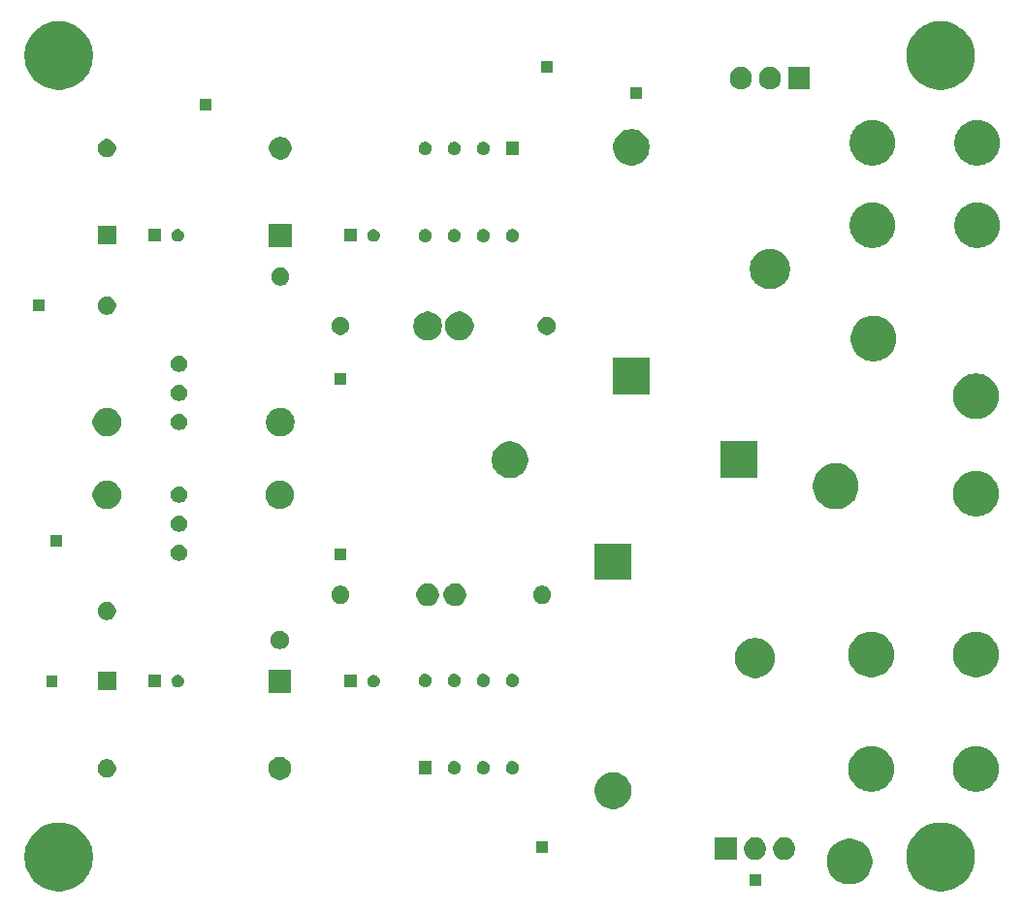
<source format=gts>
G04 #@! TF.GenerationSoftware,KiCad,Pcbnew,9.0.1*
G04 #@! TF.CreationDate,2025-07-15T15:56:14+03:00*
G04 #@! TF.ProjectId,pcb_no_div,7063625f-6e6f-45f6-9469-762e6b696361,rev?*
G04 #@! TF.SameCoordinates,Original*
G04 #@! TF.FileFunction,Soldermask,Top*
G04 #@! TF.FilePolarity,Negative*
%FSLAX46Y46*%
G04 Gerber Fmt 4.6, Leading zero omitted, Abs format (unit mm)*
G04 Created by KiCad (PCBNEW 9.0.1) date 2025-07-15 15:56:14*
%MOMM*%
%LPD*%
G01*
G04 APERTURE LIST*
G04 APERTURE END LIST*
G36*
X46252519Y-101942387D02*
G01*
X46580507Y-102017248D01*
X46898050Y-102128361D01*
X47201157Y-102274330D01*
X47486014Y-102453317D01*
X47749040Y-102663074D01*
X47986926Y-102900960D01*
X48196683Y-103163986D01*
X48375670Y-103448843D01*
X48521639Y-103751950D01*
X48632752Y-104069493D01*
X48707613Y-104397481D01*
X48745280Y-104731789D01*
X48745280Y-105068211D01*
X48707613Y-105402519D01*
X48632752Y-105730507D01*
X48521639Y-106048050D01*
X48375670Y-106351157D01*
X48196683Y-106636014D01*
X47986926Y-106899040D01*
X47749040Y-107136926D01*
X47486014Y-107346683D01*
X47201157Y-107525670D01*
X46898050Y-107671639D01*
X46580507Y-107782752D01*
X46252519Y-107857613D01*
X45918211Y-107895280D01*
X45581789Y-107895280D01*
X45247481Y-107857613D01*
X44919493Y-107782752D01*
X44601950Y-107671639D01*
X44298843Y-107525670D01*
X44013986Y-107346683D01*
X43750960Y-107136926D01*
X43513074Y-106899040D01*
X43303317Y-106636014D01*
X43124330Y-106351157D01*
X42978361Y-106048050D01*
X42867248Y-105730507D01*
X42792387Y-105402519D01*
X42754720Y-105068211D01*
X42754720Y-104731789D01*
X42792387Y-104397481D01*
X42867248Y-104069493D01*
X42978361Y-103751950D01*
X43124330Y-103448843D01*
X43303317Y-103163986D01*
X43513074Y-102900960D01*
X43750960Y-102663074D01*
X44013986Y-102453317D01*
X44298843Y-102274330D01*
X44601950Y-102128361D01*
X44919493Y-102017248D01*
X45247481Y-101942387D01*
X45581789Y-101904720D01*
X45918211Y-101904720D01*
X46252519Y-101942387D01*
G37*
G36*
X123252519Y-101942387D02*
G01*
X123580507Y-102017248D01*
X123898050Y-102128361D01*
X124201157Y-102274330D01*
X124486014Y-102453317D01*
X124749040Y-102663074D01*
X124986926Y-102900960D01*
X125196683Y-103163986D01*
X125375670Y-103448843D01*
X125521639Y-103751950D01*
X125632752Y-104069493D01*
X125707613Y-104397481D01*
X125745280Y-104731789D01*
X125745280Y-105068211D01*
X125707613Y-105402519D01*
X125632752Y-105730507D01*
X125521639Y-106048050D01*
X125375670Y-106351157D01*
X125196683Y-106636014D01*
X124986926Y-106899040D01*
X124749040Y-107136926D01*
X124486014Y-107346683D01*
X124201157Y-107525670D01*
X123898050Y-107671639D01*
X123580507Y-107782752D01*
X123252519Y-107857613D01*
X122918211Y-107895280D01*
X122581789Y-107895280D01*
X122247481Y-107857613D01*
X121919493Y-107782752D01*
X121601950Y-107671639D01*
X121298843Y-107525670D01*
X121013986Y-107346683D01*
X120750960Y-107136926D01*
X120513074Y-106899040D01*
X120303317Y-106636014D01*
X120124330Y-106351157D01*
X119978361Y-106048050D01*
X119867248Y-105730507D01*
X119792387Y-105402519D01*
X119754720Y-105068211D01*
X119754720Y-104731789D01*
X119792387Y-104397481D01*
X119867248Y-104069493D01*
X119978361Y-103751950D01*
X120124330Y-103448843D01*
X120303317Y-103163986D01*
X120513074Y-102900960D01*
X120750960Y-102663074D01*
X121013986Y-102453317D01*
X121298843Y-102274330D01*
X121601950Y-102128361D01*
X121919493Y-102017248D01*
X122247481Y-101942387D01*
X122581789Y-101904720D01*
X122918211Y-101904720D01*
X123252519Y-101942387D01*
G37*
G36*
X107050000Y-107450000D02*
G01*
X106050000Y-107450000D01*
X106050000Y-106450000D01*
X107050000Y-106450000D01*
X107050000Y-107450000D01*
G37*
G36*
X115190181Y-103338429D02*
G01*
X115442879Y-103406140D01*
X115684577Y-103506255D01*
X115911140Y-103637061D01*
X116118692Y-103796320D01*
X116303680Y-103981308D01*
X116462939Y-104188860D01*
X116593745Y-104415423D01*
X116693860Y-104657121D01*
X116761571Y-104909819D01*
X116795718Y-105169194D01*
X116795718Y-105430806D01*
X116761571Y-105690181D01*
X116693860Y-105942879D01*
X116593745Y-106184577D01*
X116462939Y-106411140D01*
X116303680Y-106618692D01*
X116118692Y-106803680D01*
X115911140Y-106962939D01*
X115684577Y-107093745D01*
X115442879Y-107193860D01*
X115190181Y-107261571D01*
X114930806Y-107295718D01*
X114669194Y-107295718D01*
X114409819Y-107261571D01*
X114157121Y-107193860D01*
X113915423Y-107093745D01*
X113688860Y-106962939D01*
X113481308Y-106803680D01*
X113296320Y-106618692D01*
X113137061Y-106411140D01*
X113006255Y-106184577D01*
X112906140Y-105942879D01*
X112838429Y-105690181D01*
X112804282Y-105430806D01*
X112804282Y-105169194D01*
X112838429Y-104909819D01*
X112906140Y-104657121D01*
X113006255Y-104415423D01*
X113137061Y-104188860D01*
X113296320Y-103981308D01*
X113481308Y-103796320D01*
X113688860Y-103637061D01*
X113915423Y-103506255D01*
X114157121Y-103406140D01*
X114409819Y-103338429D01*
X114669194Y-103304282D01*
X114930806Y-103304282D01*
X115190181Y-103338429D01*
G37*
G36*
X104962500Y-105180000D02*
G01*
X103057500Y-105180000D01*
X103057500Y-103180000D01*
X104962500Y-103180000D01*
X104962500Y-105180000D01*
G37*
G36*
X106826496Y-103221014D02*
G01*
X106999005Y-103292470D01*
X107154260Y-103396208D01*
X107286292Y-103528240D01*
X107390030Y-103683495D01*
X107461486Y-103856004D01*
X107497913Y-104039139D01*
X107502500Y-104132500D01*
X107502500Y-104227500D01*
X107497913Y-104320861D01*
X107461486Y-104503996D01*
X107390030Y-104676505D01*
X107286292Y-104831760D01*
X107154260Y-104963792D01*
X106999005Y-105067530D01*
X106826496Y-105138986D01*
X106643361Y-105175413D01*
X106456639Y-105175413D01*
X106273504Y-105138986D01*
X106100995Y-105067530D01*
X105945740Y-104963792D01*
X105813708Y-104831760D01*
X105709970Y-104676505D01*
X105638514Y-104503996D01*
X105602087Y-104320861D01*
X105597500Y-104227500D01*
X105597500Y-104132500D01*
X105602087Y-104039139D01*
X105638514Y-103856004D01*
X105709970Y-103683495D01*
X105813708Y-103528240D01*
X105945740Y-103396208D01*
X106100995Y-103292470D01*
X106273504Y-103221014D01*
X106456639Y-103184587D01*
X106643361Y-103184587D01*
X106826496Y-103221014D01*
G37*
G36*
X109366496Y-103221014D02*
G01*
X109539005Y-103292470D01*
X109694260Y-103396208D01*
X109826292Y-103528240D01*
X109930030Y-103683495D01*
X110001486Y-103856004D01*
X110037913Y-104039139D01*
X110042500Y-104132500D01*
X110042500Y-104227500D01*
X110037913Y-104320861D01*
X110001486Y-104503996D01*
X109930030Y-104676505D01*
X109826292Y-104831760D01*
X109694260Y-104963792D01*
X109539005Y-105067530D01*
X109366496Y-105138986D01*
X109183361Y-105175413D01*
X108996639Y-105175413D01*
X108813504Y-105138986D01*
X108640995Y-105067530D01*
X108485740Y-104963792D01*
X108353708Y-104831760D01*
X108249970Y-104676505D01*
X108178514Y-104503996D01*
X108142087Y-104320861D01*
X108137500Y-104227500D01*
X108137500Y-104132500D01*
X108142087Y-104039139D01*
X108178514Y-103856004D01*
X108249970Y-103683495D01*
X108353708Y-103528240D01*
X108485740Y-103396208D01*
X108640995Y-103292470D01*
X108813504Y-103221014D01*
X108996639Y-103184587D01*
X109183361Y-103184587D01*
X109366496Y-103221014D01*
G37*
G36*
X88450000Y-104550000D02*
G01*
X87450000Y-104550000D01*
X87450000Y-103550000D01*
X88450000Y-103550000D01*
X88450000Y-104550000D01*
G37*
G36*
X94523513Y-97544208D02*
G01*
X94762293Y-97621793D01*
X94985998Y-97735776D01*
X95189117Y-97883350D01*
X95366650Y-98060883D01*
X95514224Y-98264002D01*
X95628207Y-98487707D01*
X95705792Y-98726487D01*
X95745068Y-98974465D01*
X95745068Y-99225535D01*
X95705792Y-99473513D01*
X95628207Y-99712293D01*
X95514224Y-99935998D01*
X95366650Y-100139117D01*
X95189117Y-100316650D01*
X94985998Y-100464224D01*
X94762293Y-100578207D01*
X94523513Y-100655792D01*
X94275535Y-100695068D01*
X94024465Y-100695068D01*
X93776487Y-100655792D01*
X93537707Y-100578207D01*
X93314002Y-100464224D01*
X93110883Y-100316650D01*
X92933350Y-100139117D01*
X92785776Y-99935998D01*
X92671793Y-99712293D01*
X92594208Y-99473513D01*
X92554932Y-99225535D01*
X92554932Y-98974465D01*
X92594208Y-98726487D01*
X92671793Y-98487707D01*
X92785776Y-98264002D01*
X92933350Y-98060883D01*
X93110883Y-97883350D01*
X93314002Y-97735776D01*
X93537707Y-97621793D01*
X93776487Y-97544208D01*
X94024465Y-97504932D01*
X94275535Y-97504932D01*
X94523513Y-97544208D01*
G37*
G36*
X117090181Y-95238429D02*
G01*
X117342879Y-95306140D01*
X117584577Y-95406255D01*
X117811140Y-95537061D01*
X118018692Y-95696320D01*
X118203680Y-95881308D01*
X118362939Y-96088860D01*
X118493745Y-96315423D01*
X118593860Y-96557121D01*
X118661571Y-96809819D01*
X118695718Y-97069194D01*
X118695718Y-97330806D01*
X118661571Y-97590181D01*
X118593860Y-97842879D01*
X118493745Y-98084577D01*
X118362939Y-98311140D01*
X118203680Y-98518692D01*
X118018692Y-98703680D01*
X117811140Y-98862939D01*
X117584577Y-98993745D01*
X117342879Y-99093860D01*
X117090181Y-99161571D01*
X116830806Y-99195718D01*
X116569194Y-99195718D01*
X116309819Y-99161571D01*
X116057121Y-99093860D01*
X115815423Y-98993745D01*
X115588860Y-98862939D01*
X115381308Y-98703680D01*
X115196320Y-98518692D01*
X115037061Y-98311140D01*
X114906255Y-98084577D01*
X114806140Y-97842879D01*
X114738429Y-97590181D01*
X114704282Y-97330806D01*
X114704282Y-97069194D01*
X114738429Y-96809819D01*
X114806140Y-96557121D01*
X114906255Y-96315423D01*
X115037061Y-96088860D01*
X115196320Y-95881308D01*
X115381308Y-95696320D01*
X115588860Y-95537061D01*
X115815423Y-95406255D01*
X116057121Y-95306140D01*
X116309819Y-95238429D01*
X116569194Y-95204282D01*
X116830806Y-95204282D01*
X117090181Y-95238429D01*
G37*
G36*
X126240181Y-95238429D02*
G01*
X126492879Y-95306140D01*
X126734577Y-95406255D01*
X126961140Y-95537061D01*
X127168692Y-95696320D01*
X127353680Y-95881308D01*
X127512939Y-96088860D01*
X127643745Y-96315423D01*
X127743860Y-96557121D01*
X127811571Y-96809819D01*
X127845718Y-97069194D01*
X127845718Y-97330806D01*
X127811571Y-97590181D01*
X127743860Y-97842879D01*
X127643745Y-98084577D01*
X127512939Y-98311140D01*
X127353680Y-98518692D01*
X127168692Y-98703680D01*
X126961140Y-98862939D01*
X126734577Y-98993745D01*
X126492879Y-99093860D01*
X126240181Y-99161571D01*
X125980806Y-99195718D01*
X125719194Y-99195718D01*
X125459819Y-99161571D01*
X125207121Y-99093860D01*
X124965423Y-98993745D01*
X124738860Y-98862939D01*
X124531308Y-98703680D01*
X124346320Y-98518692D01*
X124187061Y-98311140D01*
X124056255Y-98084577D01*
X123956140Y-97842879D01*
X123888429Y-97590181D01*
X123854282Y-97330806D01*
X123854282Y-97069194D01*
X123888429Y-96809819D01*
X123956140Y-96557121D01*
X124056255Y-96315423D01*
X124187061Y-96088860D01*
X124346320Y-95881308D01*
X124531308Y-95696320D01*
X124738860Y-95537061D01*
X124965423Y-95406255D01*
X125207121Y-95306140D01*
X125459819Y-95238429D01*
X125719194Y-95204282D01*
X125980806Y-95204282D01*
X126240181Y-95238429D01*
G37*
G36*
X65340285Y-96203060D02*
G01*
X65521397Y-96278079D01*
X65684393Y-96386990D01*
X65823010Y-96525607D01*
X65931921Y-96688603D01*
X66006940Y-96869715D01*
X66045185Y-97061983D01*
X66045185Y-97258017D01*
X66006940Y-97450285D01*
X65931921Y-97631397D01*
X65823010Y-97794393D01*
X65684393Y-97933010D01*
X65521397Y-98041921D01*
X65340285Y-98116940D01*
X65148017Y-98155185D01*
X64951983Y-98155185D01*
X64759715Y-98116940D01*
X64578603Y-98041921D01*
X64415607Y-97933010D01*
X64276990Y-97794393D01*
X64168079Y-97631397D01*
X64093060Y-97450285D01*
X64054815Y-97258017D01*
X64054815Y-97061983D01*
X64093060Y-96869715D01*
X64168079Y-96688603D01*
X64276990Y-96525607D01*
X64415607Y-96386990D01*
X64578603Y-96278079D01*
X64759715Y-96203060D01*
X64951983Y-96164815D01*
X65148017Y-96164815D01*
X65340285Y-96203060D01*
G37*
G36*
X50182228Y-96394448D02*
G01*
X50327117Y-96454463D01*
X50457515Y-96541592D01*
X50568408Y-96652485D01*
X50655537Y-96782883D01*
X50715552Y-96927772D01*
X50746148Y-97081586D01*
X50746148Y-97238414D01*
X50715552Y-97392228D01*
X50655537Y-97537117D01*
X50568408Y-97667515D01*
X50457515Y-97778408D01*
X50327117Y-97865537D01*
X50182228Y-97925552D01*
X50028414Y-97956148D01*
X49871586Y-97956148D01*
X49717772Y-97925552D01*
X49572883Y-97865537D01*
X49442485Y-97778408D01*
X49331592Y-97667515D01*
X49244463Y-97537117D01*
X49184448Y-97392228D01*
X49153852Y-97238414D01*
X49153852Y-97081586D01*
X49184448Y-96927772D01*
X49244463Y-96782883D01*
X49331592Y-96652485D01*
X49442485Y-96541592D01*
X49572883Y-96454463D01*
X49717772Y-96394448D01*
X49871586Y-96363852D01*
X50028414Y-96363852D01*
X50182228Y-96394448D01*
G37*
G36*
X78320000Y-97680000D02*
G01*
X77160000Y-97680000D01*
X77160000Y-96520000D01*
X78320000Y-96520000D01*
X78320000Y-97680000D01*
G37*
G36*
X80346275Y-96524962D02*
G01*
X80355705Y-96524962D01*
X80382871Y-96532241D01*
X80448278Y-96545251D01*
X80479153Y-96558039D01*
X80501956Y-96564150D01*
X80522401Y-96575954D01*
X80553274Y-96588742D01*
X80608719Y-96625789D01*
X80633082Y-96639855D01*
X80639750Y-96646523D01*
X80647761Y-96651876D01*
X80728123Y-96732238D01*
X80733475Y-96740248D01*
X80740145Y-96746918D01*
X80754212Y-96771283D01*
X80791257Y-96826725D01*
X80804043Y-96857594D01*
X80815850Y-96878044D01*
X80821961Y-96900850D01*
X80834748Y-96931721D01*
X80847757Y-96997123D01*
X80855038Y-97024295D01*
X80855038Y-97033725D01*
X80856918Y-97043177D01*
X80856918Y-97156822D01*
X80855038Y-97166273D01*
X80855038Y-97175705D01*
X80847756Y-97202879D01*
X80834748Y-97268278D01*
X80821961Y-97299146D01*
X80815850Y-97321956D01*
X80804042Y-97342407D01*
X80791257Y-97373274D01*
X80754216Y-97428708D01*
X80740145Y-97453082D01*
X80733473Y-97459753D01*
X80728123Y-97467761D01*
X80647761Y-97548123D01*
X80639753Y-97553473D01*
X80633082Y-97560145D01*
X80608708Y-97574216D01*
X80553274Y-97611257D01*
X80522407Y-97624042D01*
X80501956Y-97635850D01*
X80479146Y-97641961D01*
X80448278Y-97654748D01*
X80382877Y-97667757D01*
X80355705Y-97675038D01*
X80346274Y-97675038D01*
X80336823Y-97676918D01*
X80223177Y-97676918D01*
X80213726Y-97675038D01*
X80204295Y-97675038D01*
X80177123Y-97667757D01*
X80111721Y-97654748D01*
X80080850Y-97641961D01*
X80058044Y-97635850D01*
X80037594Y-97624043D01*
X80006725Y-97611257D01*
X79951283Y-97574212D01*
X79926918Y-97560145D01*
X79920248Y-97553475D01*
X79912238Y-97548123D01*
X79831876Y-97467761D01*
X79826523Y-97459750D01*
X79819855Y-97453082D01*
X79805789Y-97428719D01*
X79768742Y-97373274D01*
X79755954Y-97342401D01*
X79744150Y-97321956D01*
X79738039Y-97299153D01*
X79725251Y-97268278D01*
X79712241Y-97202873D01*
X79704962Y-97175705D01*
X79704962Y-97166273D01*
X79703082Y-97156822D01*
X79703082Y-97043177D01*
X79704962Y-97033725D01*
X79704962Y-97024295D01*
X79712241Y-96997129D01*
X79725251Y-96931721D01*
X79738040Y-96900844D01*
X79744150Y-96878044D01*
X79755952Y-96857600D01*
X79768742Y-96826725D01*
X79805793Y-96771272D01*
X79819855Y-96746918D01*
X79826521Y-96740251D01*
X79831876Y-96732238D01*
X79912238Y-96651876D01*
X79920251Y-96646521D01*
X79926918Y-96639855D01*
X79951272Y-96625793D01*
X80006725Y-96588742D01*
X80037600Y-96575952D01*
X80058044Y-96564150D01*
X80080844Y-96558040D01*
X80111721Y-96545251D01*
X80177129Y-96532241D01*
X80204295Y-96524962D01*
X80213725Y-96524962D01*
X80223177Y-96523082D01*
X80336823Y-96523082D01*
X80346275Y-96524962D01*
G37*
G36*
X82886275Y-96524962D02*
G01*
X82895705Y-96524962D01*
X82922871Y-96532241D01*
X82988278Y-96545251D01*
X83019153Y-96558039D01*
X83041956Y-96564150D01*
X83062401Y-96575954D01*
X83093274Y-96588742D01*
X83148719Y-96625789D01*
X83173082Y-96639855D01*
X83179750Y-96646523D01*
X83187761Y-96651876D01*
X83268123Y-96732238D01*
X83273475Y-96740248D01*
X83280145Y-96746918D01*
X83294212Y-96771283D01*
X83331257Y-96826725D01*
X83344043Y-96857594D01*
X83355850Y-96878044D01*
X83361961Y-96900850D01*
X83374748Y-96931721D01*
X83387757Y-96997123D01*
X83395038Y-97024295D01*
X83395038Y-97033725D01*
X83396918Y-97043177D01*
X83396918Y-97156822D01*
X83395038Y-97166273D01*
X83395038Y-97175705D01*
X83387756Y-97202879D01*
X83374748Y-97268278D01*
X83361961Y-97299146D01*
X83355850Y-97321956D01*
X83344042Y-97342407D01*
X83331257Y-97373274D01*
X83294216Y-97428708D01*
X83280145Y-97453082D01*
X83273473Y-97459753D01*
X83268123Y-97467761D01*
X83187761Y-97548123D01*
X83179753Y-97553473D01*
X83173082Y-97560145D01*
X83148708Y-97574216D01*
X83093274Y-97611257D01*
X83062407Y-97624042D01*
X83041956Y-97635850D01*
X83019146Y-97641961D01*
X82988278Y-97654748D01*
X82922877Y-97667757D01*
X82895705Y-97675038D01*
X82886274Y-97675038D01*
X82876823Y-97676918D01*
X82763177Y-97676918D01*
X82753726Y-97675038D01*
X82744295Y-97675038D01*
X82717123Y-97667757D01*
X82651721Y-97654748D01*
X82620850Y-97641961D01*
X82598044Y-97635850D01*
X82577594Y-97624043D01*
X82546725Y-97611257D01*
X82491283Y-97574212D01*
X82466918Y-97560145D01*
X82460248Y-97553475D01*
X82452238Y-97548123D01*
X82371876Y-97467761D01*
X82366523Y-97459750D01*
X82359855Y-97453082D01*
X82345789Y-97428719D01*
X82308742Y-97373274D01*
X82295954Y-97342401D01*
X82284150Y-97321956D01*
X82278039Y-97299153D01*
X82265251Y-97268278D01*
X82252241Y-97202873D01*
X82244962Y-97175705D01*
X82244962Y-97166273D01*
X82243082Y-97156822D01*
X82243082Y-97043177D01*
X82244962Y-97033725D01*
X82244962Y-97024295D01*
X82252241Y-96997129D01*
X82265251Y-96931721D01*
X82278040Y-96900844D01*
X82284150Y-96878044D01*
X82295952Y-96857600D01*
X82308742Y-96826725D01*
X82345793Y-96771272D01*
X82359855Y-96746918D01*
X82366521Y-96740251D01*
X82371876Y-96732238D01*
X82452238Y-96651876D01*
X82460251Y-96646521D01*
X82466918Y-96639855D01*
X82491272Y-96625793D01*
X82546725Y-96588742D01*
X82577600Y-96575952D01*
X82598044Y-96564150D01*
X82620844Y-96558040D01*
X82651721Y-96545251D01*
X82717129Y-96532241D01*
X82744295Y-96524962D01*
X82753725Y-96524962D01*
X82763177Y-96523082D01*
X82876823Y-96523082D01*
X82886275Y-96524962D01*
G37*
G36*
X85426275Y-96524962D02*
G01*
X85435705Y-96524962D01*
X85462871Y-96532241D01*
X85528278Y-96545251D01*
X85559153Y-96558039D01*
X85581956Y-96564150D01*
X85602401Y-96575954D01*
X85633274Y-96588742D01*
X85688719Y-96625789D01*
X85713082Y-96639855D01*
X85719750Y-96646523D01*
X85727761Y-96651876D01*
X85808123Y-96732238D01*
X85813475Y-96740248D01*
X85820145Y-96746918D01*
X85834212Y-96771283D01*
X85871257Y-96826725D01*
X85884043Y-96857594D01*
X85895850Y-96878044D01*
X85901961Y-96900850D01*
X85914748Y-96931721D01*
X85927757Y-96997123D01*
X85935038Y-97024295D01*
X85935038Y-97033725D01*
X85936918Y-97043177D01*
X85936918Y-97156822D01*
X85935038Y-97166273D01*
X85935038Y-97175705D01*
X85927756Y-97202879D01*
X85914748Y-97268278D01*
X85901961Y-97299146D01*
X85895850Y-97321956D01*
X85884042Y-97342407D01*
X85871257Y-97373274D01*
X85834216Y-97428708D01*
X85820145Y-97453082D01*
X85813473Y-97459753D01*
X85808123Y-97467761D01*
X85727761Y-97548123D01*
X85719753Y-97553473D01*
X85713082Y-97560145D01*
X85688708Y-97574216D01*
X85633274Y-97611257D01*
X85602407Y-97624042D01*
X85581956Y-97635850D01*
X85559146Y-97641961D01*
X85528278Y-97654748D01*
X85462877Y-97667757D01*
X85435705Y-97675038D01*
X85426274Y-97675038D01*
X85416823Y-97676918D01*
X85303177Y-97676918D01*
X85293726Y-97675038D01*
X85284295Y-97675038D01*
X85257123Y-97667757D01*
X85191721Y-97654748D01*
X85160850Y-97641961D01*
X85138044Y-97635850D01*
X85117594Y-97624043D01*
X85086725Y-97611257D01*
X85031283Y-97574212D01*
X85006918Y-97560145D01*
X85000248Y-97553475D01*
X84992238Y-97548123D01*
X84911876Y-97467761D01*
X84906523Y-97459750D01*
X84899855Y-97453082D01*
X84885789Y-97428719D01*
X84848742Y-97373274D01*
X84835954Y-97342401D01*
X84824150Y-97321956D01*
X84818039Y-97299153D01*
X84805251Y-97268278D01*
X84792241Y-97202873D01*
X84784962Y-97175705D01*
X84784962Y-97166273D01*
X84783082Y-97156822D01*
X84783082Y-97043177D01*
X84784962Y-97033725D01*
X84784962Y-97024295D01*
X84792241Y-96997129D01*
X84805251Y-96931721D01*
X84818040Y-96900844D01*
X84824150Y-96878044D01*
X84835952Y-96857600D01*
X84848742Y-96826725D01*
X84885793Y-96771272D01*
X84899855Y-96746918D01*
X84906521Y-96740251D01*
X84911876Y-96732238D01*
X84992238Y-96651876D01*
X85000251Y-96646521D01*
X85006918Y-96639855D01*
X85031272Y-96625793D01*
X85086725Y-96588742D01*
X85117600Y-96575952D01*
X85138044Y-96564150D01*
X85160844Y-96558040D01*
X85191721Y-96545251D01*
X85257129Y-96532241D01*
X85284295Y-96524962D01*
X85293725Y-96524962D01*
X85303177Y-96523082D01*
X85416823Y-96523082D01*
X85426275Y-96524962D01*
G37*
G36*
X66050000Y-90540000D02*
G01*
X64050000Y-90540000D01*
X64050000Y-88540000D01*
X66050000Y-88540000D01*
X66050000Y-90540000D01*
G37*
G36*
X50750000Y-90340000D02*
G01*
X49150000Y-90340000D01*
X49150000Y-88740000D01*
X50750000Y-88740000D01*
X50750000Y-90340000D01*
G37*
G36*
X54700000Y-90090000D02*
G01*
X53600000Y-90090000D01*
X53600000Y-88990000D01*
X54700000Y-88990000D01*
X54700000Y-90090000D01*
G37*
G36*
X71800000Y-90090000D02*
G01*
X70700000Y-90090000D01*
X70700000Y-88990000D01*
X71800000Y-88990000D01*
X71800000Y-90090000D01*
G37*
G36*
X56212771Y-88994705D02*
G01*
X56221789Y-88994705D01*
X56247771Y-89001666D01*
X56309569Y-89013959D01*
X56338738Y-89026041D01*
X56360476Y-89031866D01*
X56379965Y-89043118D01*
X56409133Y-89055200D01*
X56461524Y-89090206D01*
X56484819Y-89103656D01*
X56491194Y-89110031D01*
X56498729Y-89115066D01*
X56574933Y-89191270D01*
X56579967Y-89198804D01*
X56586344Y-89205181D01*
X56599795Y-89228479D01*
X56634799Y-89280866D01*
X56646879Y-89310030D01*
X56658134Y-89329524D01*
X56663959Y-89351265D01*
X56676040Y-89380430D01*
X56688331Y-89442223D01*
X56695295Y-89468211D01*
X56695295Y-89477229D01*
X56697063Y-89486118D01*
X56697063Y-89593881D01*
X56695295Y-89602769D01*
X56695295Y-89611789D01*
X56688330Y-89637779D01*
X56676040Y-89699569D01*
X56663960Y-89728731D01*
X56658134Y-89750476D01*
X56646878Y-89769971D01*
X56634799Y-89799133D01*
X56599799Y-89851513D01*
X56586344Y-89874819D01*
X56579965Y-89881197D01*
X56574933Y-89888729D01*
X56498729Y-89964933D01*
X56491197Y-89969965D01*
X56484819Y-89976344D01*
X56461513Y-89989799D01*
X56409133Y-90024799D01*
X56379971Y-90036878D01*
X56360476Y-90048134D01*
X56338731Y-90053960D01*
X56309569Y-90066040D01*
X56247777Y-90078331D01*
X56221789Y-90085295D01*
X56212770Y-90085295D01*
X56203882Y-90087063D01*
X56096118Y-90087063D01*
X56087230Y-90085295D01*
X56078211Y-90085295D01*
X56052223Y-90078331D01*
X55990430Y-90066040D01*
X55961265Y-90053959D01*
X55939524Y-90048134D01*
X55920030Y-90036879D01*
X55890866Y-90024799D01*
X55838479Y-89989795D01*
X55815181Y-89976344D01*
X55808804Y-89969967D01*
X55801270Y-89964933D01*
X55725066Y-89888729D01*
X55720031Y-89881194D01*
X55713656Y-89874819D01*
X55700206Y-89851524D01*
X55665200Y-89799133D01*
X55653118Y-89769965D01*
X55641866Y-89750476D01*
X55636041Y-89728738D01*
X55623959Y-89699569D01*
X55611667Y-89637773D01*
X55604705Y-89611789D01*
X55604705Y-89602769D01*
X55602937Y-89593881D01*
X55602937Y-89486118D01*
X55604705Y-89477229D01*
X55604705Y-89468211D01*
X55611666Y-89442229D01*
X55623959Y-89380430D01*
X55636042Y-89351258D01*
X55641866Y-89329524D01*
X55653116Y-89310037D01*
X55665200Y-89280866D01*
X55700211Y-89228468D01*
X55713656Y-89205181D01*
X55720029Y-89198807D01*
X55725066Y-89191270D01*
X55801270Y-89115066D01*
X55808807Y-89110029D01*
X55815181Y-89103656D01*
X55838468Y-89090211D01*
X55890866Y-89055200D01*
X55920037Y-89043116D01*
X55939524Y-89031866D01*
X55961258Y-89026042D01*
X55990430Y-89013959D01*
X56052229Y-89001666D01*
X56078211Y-88994705D01*
X56087229Y-88994705D01*
X56096118Y-88992937D01*
X56203882Y-88992937D01*
X56212771Y-88994705D01*
G37*
G36*
X73312771Y-88994705D02*
G01*
X73321789Y-88994705D01*
X73347771Y-89001666D01*
X73409569Y-89013959D01*
X73438738Y-89026041D01*
X73460476Y-89031866D01*
X73479965Y-89043118D01*
X73509133Y-89055200D01*
X73561524Y-89090206D01*
X73584819Y-89103656D01*
X73591194Y-89110031D01*
X73598729Y-89115066D01*
X73674933Y-89191270D01*
X73679967Y-89198804D01*
X73686344Y-89205181D01*
X73699795Y-89228479D01*
X73734799Y-89280866D01*
X73746879Y-89310030D01*
X73758134Y-89329524D01*
X73763959Y-89351265D01*
X73776040Y-89380430D01*
X73788331Y-89442223D01*
X73795295Y-89468211D01*
X73795295Y-89477229D01*
X73797063Y-89486118D01*
X73797063Y-89593881D01*
X73795295Y-89602769D01*
X73795295Y-89611789D01*
X73788330Y-89637779D01*
X73776040Y-89699569D01*
X73763960Y-89728731D01*
X73758134Y-89750476D01*
X73746878Y-89769971D01*
X73734799Y-89799133D01*
X73699799Y-89851513D01*
X73686344Y-89874819D01*
X73679965Y-89881197D01*
X73674933Y-89888729D01*
X73598729Y-89964933D01*
X73591197Y-89969965D01*
X73584819Y-89976344D01*
X73561513Y-89989799D01*
X73509133Y-90024799D01*
X73479971Y-90036878D01*
X73460476Y-90048134D01*
X73438731Y-90053960D01*
X73409569Y-90066040D01*
X73347777Y-90078331D01*
X73321789Y-90085295D01*
X73312770Y-90085295D01*
X73303882Y-90087063D01*
X73196118Y-90087063D01*
X73187230Y-90085295D01*
X73178211Y-90085295D01*
X73152223Y-90078331D01*
X73090430Y-90066040D01*
X73061265Y-90053959D01*
X73039524Y-90048134D01*
X73020030Y-90036879D01*
X72990866Y-90024799D01*
X72938479Y-89989795D01*
X72915181Y-89976344D01*
X72908804Y-89969967D01*
X72901270Y-89964933D01*
X72825066Y-89888729D01*
X72820031Y-89881194D01*
X72813656Y-89874819D01*
X72800206Y-89851524D01*
X72765200Y-89799133D01*
X72753118Y-89769965D01*
X72741866Y-89750476D01*
X72736041Y-89728738D01*
X72723959Y-89699569D01*
X72711667Y-89637773D01*
X72704705Y-89611789D01*
X72704705Y-89602769D01*
X72702937Y-89593881D01*
X72702937Y-89486118D01*
X72704705Y-89477229D01*
X72704705Y-89468211D01*
X72711666Y-89442229D01*
X72723959Y-89380430D01*
X72736042Y-89351258D01*
X72741866Y-89329524D01*
X72753116Y-89310037D01*
X72765200Y-89280866D01*
X72800211Y-89228468D01*
X72813656Y-89205181D01*
X72820029Y-89198807D01*
X72825066Y-89191270D01*
X72901270Y-89115066D01*
X72908807Y-89110029D01*
X72915181Y-89103656D01*
X72938468Y-89090211D01*
X72990866Y-89055200D01*
X73020037Y-89043116D01*
X73039524Y-89031866D01*
X73061258Y-89026042D01*
X73090430Y-89013959D01*
X73152229Y-89001666D01*
X73178211Y-88994705D01*
X73187229Y-88994705D01*
X73196118Y-88992937D01*
X73303882Y-88992937D01*
X73312771Y-88994705D01*
G37*
G36*
X77806275Y-88904962D02*
G01*
X77815705Y-88904962D01*
X77842871Y-88912241D01*
X77908278Y-88925251D01*
X77939153Y-88938039D01*
X77961956Y-88944150D01*
X77982401Y-88955954D01*
X78013274Y-88968742D01*
X78068719Y-89005789D01*
X78093082Y-89019855D01*
X78099750Y-89026523D01*
X78107761Y-89031876D01*
X78188123Y-89112238D01*
X78193475Y-89120248D01*
X78200145Y-89126918D01*
X78214212Y-89151283D01*
X78251257Y-89206725D01*
X78264043Y-89237594D01*
X78275850Y-89258044D01*
X78281961Y-89280850D01*
X78294748Y-89311721D01*
X78307757Y-89377123D01*
X78315038Y-89404295D01*
X78315038Y-89413725D01*
X78316918Y-89423177D01*
X78316918Y-89536822D01*
X78315038Y-89546273D01*
X78315038Y-89555705D01*
X78307756Y-89582879D01*
X78294748Y-89648278D01*
X78281961Y-89679146D01*
X78275850Y-89701956D01*
X78264042Y-89722407D01*
X78251257Y-89753274D01*
X78214216Y-89808708D01*
X78200145Y-89833082D01*
X78193473Y-89839753D01*
X78188123Y-89847761D01*
X78107761Y-89928123D01*
X78099753Y-89933473D01*
X78093082Y-89940145D01*
X78068708Y-89954216D01*
X78013274Y-89991257D01*
X77982407Y-90004042D01*
X77961956Y-90015850D01*
X77939146Y-90021961D01*
X77908278Y-90034748D01*
X77842877Y-90047757D01*
X77815705Y-90055038D01*
X77806274Y-90055038D01*
X77796823Y-90056918D01*
X77683177Y-90056918D01*
X77673726Y-90055038D01*
X77664295Y-90055038D01*
X77637123Y-90047757D01*
X77571721Y-90034748D01*
X77540850Y-90021961D01*
X77518044Y-90015850D01*
X77497594Y-90004043D01*
X77466725Y-89991257D01*
X77411283Y-89954212D01*
X77386918Y-89940145D01*
X77380248Y-89933475D01*
X77372238Y-89928123D01*
X77291876Y-89847761D01*
X77286523Y-89839750D01*
X77279855Y-89833082D01*
X77265789Y-89808719D01*
X77228742Y-89753274D01*
X77215954Y-89722401D01*
X77204150Y-89701956D01*
X77198039Y-89679153D01*
X77185251Y-89648278D01*
X77172241Y-89582873D01*
X77164962Y-89555705D01*
X77164962Y-89546273D01*
X77163082Y-89536822D01*
X77163082Y-89423177D01*
X77164962Y-89413725D01*
X77164962Y-89404295D01*
X77172241Y-89377129D01*
X77185251Y-89311721D01*
X77198040Y-89280844D01*
X77204150Y-89258044D01*
X77215952Y-89237600D01*
X77228742Y-89206725D01*
X77265793Y-89151272D01*
X77279855Y-89126918D01*
X77286521Y-89120251D01*
X77291876Y-89112238D01*
X77372238Y-89031876D01*
X77380251Y-89026521D01*
X77386918Y-89019855D01*
X77411272Y-89005793D01*
X77466725Y-88968742D01*
X77497600Y-88955952D01*
X77518044Y-88944150D01*
X77540844Y-88938040D01*
X77571721Y-88925251D01*
X77637129Y-88912241D01*
X77664295Y-88904962D01*
X77673725Y-88904962D01*
X77683177Y-88903082D01*
X77796823Y-88903082D01*
X77806275Y-88904962D01*
G37*
G36*
X80346275Y-88904962D02*
G01*
X80355705Y-88904962D01*
X80382871Y-88912241D01*
X80448278Y-88925251D01*
X80479153Y-88938039D01*
X80501956Y-88944150D01*
X80522401Y-88955954D01*
X80553274Y-88968742D01*
X80608719Y-89005789D01*
X80633082Y-89019855D01*
X80639750Y-89026523D01*
X80647761Y-89031876D01*
X80728123Y-89112238D01*
X80733475Y-89120248D01*
X80740145Y-89126918D01*
X80754212Y-89151283D01*
X80791257Y-89206725D01*
X80804043Y-89237594D01*
X80815850Y-89258044D01*
X80821961Y-89280850D01*
X80834748Y-89311721D01*
X80847757Y-89377123D01*
X80855038Y-89404295D01*
X80855038Y-89413725D01*
X80856918Y-89423177D01*
X80856918Y-89536822D01*
X80855038Y-89546273D01*
X80855038Y-89555705D01*
X80847756Y-89582879D01*
X80834748Y-89648278D01*
X80821961Y-89679146D01*
X80815850Y-89701956D01*
X80804042Y-89722407D01*
X80791257Y-89753274D01*
X80754216Y-89808708D01*
X80740145Y-89833082D01*
X80733473Y-89839753D01*
X80728123Y-89847761D01*
X80647761Y-89928123D01*
X80639753Y-89933473D01*
X80633082Y-89940145D01*
X80608708Y-89954216D01*
X80553274Y-89991257D01*
X80522407Y-90004042D01*
X80501956Y-90015850D01*
X80479146Y-90021961D01*
X80448278Y-90034748D01*
X80382877Y-90047757D01*
X80355705Y-90055038D01*
X80346274Y-90055038D01*
X80336823Y-90056918D01*
X80223177Y-90056918D01*
X80213726Y-90055038D01*
X80204295Y-90055038D01*
X80177123Y-90047757D01*
X80111721Y-90034748D01*
X80080850Y-90021961D01*
X80058044Y-90015850D01*
X80037594Y-90004043D01*
X80006725Y-89991257D01*
X79951283Y-89954212D01*
X79926918Y-89940145D01*
X79920248Y-89933475D01*
X79912238Y-89928123D01*
X79831876Y-89847761D01*
X79826523Y-89839750D01*
X79819855Y-89833082D01*
X79805789Y-89808719D01*
X79768742Y-89753274D01*
X79755954Y-89722401D01*
X79744150Y-89701956D01*
X79738039Y-89679153D01*
X79725251Y-89648278D01*
X79712241Y-89582873D01*
X79704962Y-89555705D01*
X79704962Y-89546273D01*
X79703082Y-89536822D01*
X79703082Y-89423177D01*
X79704962Y-89413725D01*
X79704962Y-89404295D01*
X79712241Y-89377129D01*
X79725251Y-89311721D01*
X79738040Y-89280844D01*
X79744150Y-89258044D01*
X79755952Y-89237600D01*
X79768742Y-89206725D01*
X79805793Y-89151272D01*
X79819855Y-89126918D01*
X79826521Y-89120251D01*
X79831876Y-89112238D01*
X79912238Y-89031876D01*
X79920251Y-89026521D01*
X79926918Y-89019855D01*
X79951272Y-89005793D01*
X80006725Y-88968742D01*
X80037600Y-88955952D01*
X80058044Y-88944150D01*
X80080844Y-88938040D01*
X80111721Y-88925251D01*
X80177129Y-88912241D01*
X80204295Y-88904962D01*
X80213725Y-88904962D01*
X80223177Y-88903082D01*
X80336823Y-88903082D01*
X80346275Y-88904962D01*
G37*
G36*
X82886275Y-88904962D02*
G01*
X82895705Y-88904962D01*
X82922871Y-88912241D01*
X82988278Y-88925251D01*
X83019153Y-88938039D01*
X83041956Y-88944150D01*
X83062401Y-88955954D01*
X83093274Y-88968742D01*
X83148719Y-89005789D01*
X83173082Y-89019855D01*
X83179750Y-89026523D01*
X83187761Y-89031876D01*
X83268123Y-89112238D01*
X83273475Y-89120248D01*
X83280145Y-89126918D01*
X83294212Y-89151283D01*
X83331257Y-89206725D01*
X83344043Y-89237594D01*
X83355850Y-89258044D01*
X83361961Y-89280850D01*
X83374748Y-89311721D01*
X83387757Y-89377123D01*
X83395038Y-89404295D01*
X83395038Y-89413725D01*
X83396918Y-89423177D01*
X83396918Y-89536822D01*
X83395038Y-89546273D01*
X83395038Y-89555705D01*
X83387756Y-89582879D01*
X83374748Y-89648278D01*
X83361961Y-89679146D01*
X83355850Y-89701956D01*
X83344042Y-89722407D01*
X83331257Y-89753274D01*
X83294216Y-89808708D01*
X83280145Y-89833082D01*
X83273473Y-89839753D01*
X83268123Y-89847761D01*
X83187761Y-89928123D01*
X83179753Y-89933473D01*
X83173082Y-89940145D01*
X83148708Y-89954216D01*
X83093274Y-89991257D01*
X83062407Y-90004042D01*
X83041956Y-90015850D01*
X83019146Y-90021961D01*
X82988278Y-90034748D01*
X82922877Y-90047757D01*
X82895705Y-90055038D01*
X82886274Y-90055038D01*
X82876823Y-90056918D01*
X82763177Y-90056918D01*
X82753726Y-90055038D01*
X82744295Y-90055038D01*
X82717123Y-90047757D01*
X82651721Y-90034748D01*
X82620850Y-90021961D01*
X82598044Y-90015850D01*
X82577594Y-90004043D01*
X82546725Y-89991257D01*
X82491283Y-89954212D01*
X82466918Y-89940145D01*
X82460248Y-89933475D01*
X82452238Y-89928123D01*
X82371876Y-89847761D01*
X82366523Y-89839750D01*
X82359855Y-89833082D01*
X82345789Y-89808719D01*
X82308742Y-89753274D01*
X82295954Y-89722401D01*
X82284150Y-89701956D01*
X82278039Y-89679153D01*
X82265251Y-89648278D01*
X82252241Y-89582873D01*
X82244962Y-89555705D01*
X82244962Y-89546273D01*
X82243082Y-89536822D01*
X82243082Y-89423177D01*
X82244962Y-89413725D01*
X82244962Y-89404295D01*
X82252241Y-89377129D01*
X82265251Y-89311721D01*
X82278040Y-89280844D01*
X82284150Y-89258044D01*
X82295952Y-89237600D01*
X82308742Y-89206725D01*
X82345793Y-89151272D01*
X82359855Y-89126918D01*
X82366521Y-89120251D01*
X82371876Y-89112238D01*
X82452238Y-89031876D01*
X82460251Y-89026521D01*
X82466918Y-89019855D01*
X82491272Y-89005793D01*
X82546725Y-88968742D01*
X82577600Y-88955952D01*
X82598044Y-88944150D01*
X82620844Y-88938040D01*
X82651721Y-88925251D01*
X82717129Y-88912241D01*
X82744295Y-88904962D01*
X82753725Y-88904962D01*
X82763177Y-88903082D01*
X82876823Y-88903082D01*
X82886275Y-88904962D01*
G37*
G36*
X85426275Y-88904962D02*
G01*
X85435705Y-88904962D01*
X85462871Y-88912241D01*
X85528278Y-88925251D01*
X85559153Y-88938039D01*
X85581956Y-88944150D01*
X85602401Y-88955954D01*
X85633274Y-88968742D01*
X85688719Y-89005789D01*
X85713082Y-89019855D01*
X85719750Y-89026523D01*
X85727761Y-89031876D01*
X85808123Y-89112238D01*
X85813475Y-89120248D01*
X85820145Y-89126918D01*
X85834212Y-89151283D01*
X85871257Y-89206725D01*
X85884043Y-89237594D01*
X85895850Y-89258044D01*
X85901961Y-89280850D01*
X85914748Y-89311721D01*
X85927757Y-89377123D01*
X85935038Y-89404295D01*
X85935038Y-89413725D01*
X85936918Y-89423177D01*
X85936918Y-89536822D01*
X85935038Y-89546273D01*
X85935038Y-89555705D01*
X85927756Y-89582879D01*
X85914748Y-89648278D01*
X85901961Y-89679146D01*
X85895850Y-89701956D01*
X85884042Y-89722407D01*
X85871257Y-89753274D01*
X85834216Y-89808708D01*
X85820145Y-89833082D01*
X85813473Y-89839753D01*
X85808123Y-89847761D01*
X85727761Y-89928123D01*
X85719753Y-89933473D01*
X85713082Y-89940145D01*
X85688708Y-89954216D01*
X85633274Y-89991257D01*
X85602407Y-90004042D01*
X85581956Y-90015850D01*
X85559146Y-90021961D01*
X85528278Y-90034748D01*
X85462877Y-90047757D01*
X85435705Y-90055038D01*
X85426274Y-90055038D01*
X85416823Y-90056918D01*
X85303177Y-90056918D01*
X85293726Y-90055038D01*
X85284295Y-90055038D01*
X85257123Y-90047757D01*
X85191721Y-90034748D01*
X85160850Y-90021961D01*
X85138044Y-90015850D01*
X85117594Y-90004043D01*
X85086725Y-89991257D01*
X85031283Y-89954212D01*
X85006918Y-89940145D01*
X85000248Y-89933475D01*
X84992238Y-89928123D01*
X84911876Y-89847761D01*
X84906523Y-89839750D01*
X84899855Y-89833082D01*
X84885789Y-89808719D01*
X84848742Y-89753274D01*
X84835954Y-89722401D01*
X84824150Y-89701956D01*
X84818039Y-89679153D01*
X84805251Y-89648278D01*
X84792241Y-89582873D01*
X84784962Y-89555705D01*
X84784962Y-89546273D01*
X84783082Y-89536822D01*
X84783082Y-89423177D01*
X84784962Y-89413725D01*
X84784962Y-89404295D01*
X84792241Y-89377129D01*
X84805251Y-89311721D01*
X84818040Y-89280844D01*
X84824150Y-89258044D01*
X84835952Y-89237600D01*
X84848742Y-89206725D01*
X84885793Y-89151272D01*
X84899855Y-89126918D01*
X84906521Y-89120251D01*
X84911876Y-89112238D01*
X84992238Y-89031876D01*
X85000251Y-89026521D01*
X85006918Y-89019855D01*
X85031272Y-89005793D01*
X85086725Y-88968742D01*
X85117600Y-88955952D01*
X85138044Y-88944150D01*
X85160844Y-88938040D01*
X85191721Y-88925251D01*
X85257129Y-88912241D01*
X85284295Y-88904962D01*
X85293725Y-88904962D01*
X85303177Y-88903082D01*
X85416823Y-88903082D01*
X85426275Y-88904962D01*
G37*
G36*
X45650000Y-90040000D02*
G01*
X44650000Y-90040000D01*
X44650000Y-89040000D01*
X45650000Y-89040000D01*
X45650000Y-90040000D01*
G37*
G36*
X106891408Y-85803626D02*
G01*
X107112519Y-85862872D01*
X107324005Y-85950473D01*
X107522248Y-86064928D01*
X107703855Y-86204280D01*
X107865720Y-86366145D01*
X108005072Y-86547752D01*
X108119527Y-86745995D01*
X108207128Y-86957481D01*
X108266374Y-87178592D01*
X108296253Y-87405545D01*
X108296253Y-87634455D01*
X108266374Y-87861408D01*
X108207128Y-88082519D01*
X108119527Y-88294005D01*
X108005072Y-88492248D01*
X107865720Y-88673855D01*
X107703855Y-88835720D01*
X107522248Y-88975072D01*
X107324005Y-89089527D01*
X107112519Y-89177128D01*
X106891408Y-89236374D01*
X106664455Y-89266253D01*
X106435545Y-89266253D01*
X106208592Y-89236374D01*
X105987481Y-89177128D01*
X105775995Y-89089527D01*
X105577752Y-88975072D01*
X105396145Y-88835720D01*
X105234280Y-88673855D01*
X105094928Y-88492248D01*
X104980473Y-88294005D01*
X104892872Y-88082519D01*
X104833626Y-87861408D01*
X104803747Y-87634455D01*
X104803747Y-87405545D01*
X104833626Y-87178592D01*
X104892872Y-86957481D01*
X104980473Y-86745995D01*
X105094928Y-86547752D01*
X105234280Y-86366145D01*
X105396145Y-86204280D01*
X105577752Y-86064928D01*
X105775995Y-85950473D01*
X105987481Y-85862872D01*
X106208592Y-85803626D01*
X106435545Y-85773747D01*
X106664455Y-85773747D01*
X106891408Y-85803626D01*
G37*
G36*
X117090181Y-85238429D02*
G01*
X117342879Y-85306140D01*
X117584577Y-85406255D01*
X117811140Y-85537061D01*
X118018692Y-85696320D01*
X118203680Y-85881308D01*
X118362939Y-86088860D01*
X118493745Y-86315423D01*
X118593860Y-86557121D01*
X118661571Y-86809819D01*
X118695718Y-87069194D01*
X118695718Y-87330806D01*
X118661571Y-87590181D01*
X118593860Y-87842879D01*
X118493745Y-88084577D01*
X118362939Y-88311140D01*
X118203680Y-88518692D01*
X118018692Y-88703680D01*
X117811140Y-88862939D01*
X117584577Y-88993745D01*
X117342879Y-89093860D01*
X117090181Y-89161571D01*
X116830806Y-89195718D01*
X116569194Y-89195718D01*
X116309819Y-89161571D01*
X116057121Y-89093860D01*
X115815423Y-88993745D01*
X115588860Y-88862939D01*
X115381308Y-88703680D01*
X115196320Y-88518692D01*
X115037061Y-88311140D01*
X114906255Y-88084577D01*
X114806140Y-87842879D01*
X114738429Y-87590181D01*
X114704282Y-87330806D01*
X114704282Y-87069194D01*
X114738429Y-86809819D01*
X114806140Y-86557121D01*
X114906255Y-86315423D01*
X115037061Y-86088860D01*
X115196320Y-85881308D01*
X115381308Y-85696320D01*
X115588860Y-85537061D01*
X115815423Y-85406255D01*
X116057121Y-85306140D01*
X116309819Y-85238429D01*
X116569194Y-85204282D01*
X116830806Y-85204282D01*
X117090181Y-85238429D01*
G37*
G36*
X126240181Y-85238429D02*
G01*
X126492879Y-85306140D01*
X126734577Y-85406255D01*
X126961140Y-85537061D01*
X127168692Y-85696320D01*
X127353680Y-85881308D01*
X127512939Y-86088860D01*
X127643745Y-86315423D01*
X127743860Y-86557121D01*
X127811571Y-86809819D01*
X127845718Y-87069194D01*
X127845718Y-87330806D01*
X127811571Y-87590181D01*
X127743860Y-87842879D01*
X127643745Y-88084577D01*
X127512939Y-88311140D01*
X127353680Y-88518692D01*
X127168692Y-88703680D01*
X126961140Y-88862939D01*
X126734577Y-88993745D01*
X126492879Y-89093860D01*
X126240181Y-89161571D01*
X125980806Y-89195718D01*
X125719194Y-89195718D01*
X125459819Y-89161571D01*
X125207121Y-89093860D01*
X124965423Y-88993745D01*
X124738860Y-88862939D01*
X124531308Y-88703680D01*
X124346320Y-88518692D01*
X124187061Y-88311140D01*
X124056255Y-88084577D01*
X123956140Y-87842879D01*
X123888429Y-87590181D01*
X123854282Y-87330806D01*
X123854282Y-87069194D01*
X123888429Y-86809819D01*
X123956140Y-86557121D01*
X124056255Y-86315423D01*
X124187061Y-86088860D01*
X124346320Y-85881308D01*
X124531308Y-85696320D01*
X124738860Y-85537061D01*
X124965423Y-85406255D01*
X125207121Y-85306140D01*
X125459819Y-85238429D01*
X125719194Y-85204282D01*
X125980806Y-85204282D01*
X126240181Y-85238429D01*
G37*
G36*
X65282228Y-85184448D02*
G01*
X65427117Y-85244463D01*
X65557515Y-85331592D01*
X65668408Y-85442485D01*
X65755537Y-85572883D01*
X65815552Y-85717772D01*
X65846148Y-85871586D01*
X65846148Y-86028414D01*
X65815552Y-86182228D01*
X65755537Y-86327117D01*
X65668408Y-86457515D01*
X65557515Y-86568408D01*
X65427117Y-86655537D01*
X65282228Y-86715552D01*
X65128414Y-86746148D01*
X64971586Y-86746148D01*
X64817772Y-86715552D01*
X64672883Y-86655537D01*
X64542485Y-86568408D01*
X64431592Y-86457515D01*
X64344463Y-86327117D01*
X64284448Y-86182228D01*
X64253852Y-86028414D01*
X64253852Y-85871586D01*
X64284448Y-85717772D01*
X64344463Y-85572883D01*
X64431592Y-85442485D01*
X64542485Y-85331592D01*
X64672883Y-85244463D01*
X64817772Y-85184448D01*
X64971586Y-85153852D01*
X65128414Y-85153852D01*
X65282228Y-85184448D01*
G37*
G36*
X50182228Y-82644448D02*
G01*
X50327117Y-82704463D01*
X50457515Y-82791592D01*
X50568408Y-82902485D01*
X50655537Y-83032883D01*
X50715552Y-83177772D01*
X50746148Y-83331586D01*
X50746148Y-83488414D01*
X50715552Y-83642228D01*
X50655537Y-83787117D01*
X50568408Y-83917515D01*
X50457515Y-84028408D01*
X50327117Y-84115537D01*
X50182228Y-84175552D01*
X50028414Y-84206148D01*
X49871586Y-84206148D01*
X49717772Y-84175552D01*
X49572883Y-84115537D01*
X49442485Y-84028408D01*
X49331592Y-83917515D01*
X49244463Y-83787117D01*
X49184448Y-83642228D01*
X49153852Y-83488414D01*
X49153852Y-83331586D01*
X49184448Y-83177772D01*
X49244463Y-83032883D01*
X49331592Y-82902485D01*
X49442485Y-82791592D01*
X49572883Y-82704463D01*
X49717772Y-82644448D01*
X49871586Y-82613852D01*
X50028414Y-82613852D01*
X50182228Y-82644448D01*
G37*
G36*
X78250285Y-81043060D02*
G01*
X78431397Y-81118079D01*
X78594393Y-81226990D01*
X78733010Y-81365607D01*
X78841921Y-81528603D01*
X78916940Y-81709715D01*
X78955185Y-81901983D01*
X78955185Y-82098017D01*
X78916940Y-82290285D01*
X78841921Y-82471397D01*
X78733010Y-82634393D01*
X78594393Y-82773010D01*
X78431397Y-82881921D01*
X78250285Y-82956940D01*
X78058017Y-82995185D01*
X77861983Y-82995185D01*
X77669715Y-82956940D01*
X77488603Y-82881921D01*
X77325607Y-82773010D01*
X77186990Y-82634393D01*
X77078079Y-82471397D01*
X77003060Y-82290285D01*
X76964815Y-82098017D01*
X76964815Y-81901983D01*
X77003060Y-81709715D01*
X77078079Y-81528603D01*
X77186990Y-81365607D01*
X77325607Y-81226990D01*
X77488603Y-81118079D01*
X77669715Y-81043060D01*
X77861983Y-81004815D01*
X78058017Y-81004815D01*
X78250285Y-81043060D01*
G37*
G36*
X80630285Y-81043060D02*
G01*
X80811397Y-81118079D01*
X80974393Y-81226990D01*
X81113010Y-81365607D01*
X81221921Y-81528603D01*
X81296940Y-81709715D01*
X81335185Y-81901983D01*
X81335185Y-82098017D01*
X81296940Y-82290285D01*
X81221921Y-82471397D01*
X81113010Y-82634393D01*
X80974393Y-82773010D01*
X80811397Y-82881921D01*
X80630285Y-82956940D01*
X80438017Y-82995185D01*
X80241983Y-82995185D01*
X80049715Y-82956940D01*
X79868603Y-82881921D01*
X79705607Y-82773010D01*
X79566990Y-82634393D01*
X79458079Y-82471397D01*
X79383060Y-82290285D01*
X79344815Y-82098017D01*
X79344815Y-81901983D01*
X79383060Y-81709715D01*
X79458079Y-81528603D01*
X79566990Y-81365607D01*
X79705607Y-81226990D01*
X79868603Y-81118079D01*
X80049715Y-81043060D01*
X80241983Y-81004815D01*
X80438017Y-81004815D01*
X80630285Y-81043060D01*
G37*
G36*
X70572228Y-81234448D02*
G01*
X70717117Y-81294463D01*
X70847515Y-81381592D01*
X70958408Y-81492485D01*
X71045537Y-81622883D01*
X71105552Y-81767772D01*
X71136148Y-81921586D01*
X71136148Y-82078414D01*
X71105552Y-82232228D01*
X71045537Y-82377117D01*
X70958408Y-82507515D01*
X70847515Y-82618408D01*
X70717117Y-82705537D01*
X70572228Y-82765552D01*
X70418414Y-82796148D01*
X70261586Y-82796148D01*
X70107772Y-82765552D01*
X69962883Y-82705537D01*
X69832485Y-82618408D01*
X69721592Y-82507515D01*
X69634463Y-82377117D01*
X69574448Y-82232228D01*
X69543852Y-82078414D01*
X69543852Y-81921586D01*
X69574448Y-81767772D01*
X69634463Y-81622883D01*
X69721592Y-81492485D01*
X69832485Y-81381592D01*
X69962883Y-81294463D01*
X70107772Y-81234448D01*
X70261586Y-81203852D01*
X70418414Y-81203852D01*
X70572228Y-81234448D01*
G37*
G36*
X88192228Y-81234448D02*
G01*
X88337117Y-81294463D01*
X88467515Y-81381592D01*
X88578408Y-81492485D01*
X88665537Y-81622883D01*
X88725552Y-81767772D01*
X88756148Y-81921586D01*
X88756148Y-82078414D01*
X88725552Y-82232228D01*
X88665537Y-82377117D01*
X88578408Y-82507515D01*
X88467515Y-82618408D01*
X88337117Y-82705537D01*
X88192228Y-82765552D01*
X88038414Y-82796148D01*
X87881586Y-82796148D01*
X87727772Y-82765552D01*
X87582883Y-82705537D01*
X87452485Y-82618408D01*
X87341592Y-82507515D01*
X87254463Y-82377117D01*
X87194448Y-82232228D01*
X87163852Y-82078414D01*
X87163852Y-81921586D01*
X87194448Y-81767772D01*
X87254463Y-81622883D01*
X87341592Y-81492485D01*
X87452485Y-81381592D01*
X87582883Y-81294463D01*
X87727772Y-81234448D01*
X87881586Y-81203852D01*
X88038414Y-81203852D01*
X88192228Y-81234448D01*
G37*
G36*
X95750000Y-80700000D02*
G01*
X92550000Y-80700000D01*
X92550000Y-77500000D01*
X95750000Y-77500000D01*
X95750000Y-80700000D01*
G37*
G36*
X56459005Y-77641003D02*
G01*
X56589406Y-77695017D01*
X56706763Y-77773432D01*
X56806568Y-77873237D01*
X56884983Y-77990594D01*
X56938997Y-78120995D01*
X56966533Y-78259428D01*
X56966533Y-78400572D01*
X56938997Y-78539005D01*
X56884983Y-78669406D01*
X56806568Y-78786763D01*
X56706763Y-78886568D01*
X56589406Y-78964983D01*
X56459005Y-79018997D01*
X56320572Y-79046533D01*
X56179428Y-79046533D01*
X56040995Y-79018997D01*
X55910594Y-78964983D01*
X55793237Y-78886568D01*
X55693432Y-78786763D01*
X55615017Y-78669406D01*
X55561003Y-78539005D01*
X55533467Y-78400572D01*
X55533467Y-78259428D01*
X55561003Y-78120995D01*
X55615017Y-77990594D01*
X55693432Y-77873237D01*
X55793237Y-77773432D01*
X55910594Y-77695017D01*
X56040995Y-77641003D01*
X56179428Y-77613467D01*
X56320572Y-77613467D01*
X56459005Y-77641003D01*
G37*
G36*
X70850000Y-78950000D02*
G01*
X69850000Y-78950000D01*
X69850000Y-77950000D01*
X70850000Y-77950000D01*
X70850000Y-78950000D01*
G37*
G36*
X46050000Y-77750000D02*
G01*
X45050000Y-77750000D01*
X45050000Y-76750000D01*
X46050000Y-76750000D01*
X46050000Y-77750000D01*
G37*
G36*
X56459005Y-75101003D02*
G01*
X56589406Y-75155017D01*
X56706763Y-75233432D01*
X56806568Y-75333237D01*
X56884983Y-75450594D01*
X56938997Y-75580995D01*
X56966533Y-75719428D01*
X56966533Y-75860572D01*
X56938997Y-75999005D01*
X56884983Y-76129406D01*
X56806568Y-76246763D01*
X56706763Y-76346568D01*
X56589406Y-76424983D01*
X56459005Y-76478997D01*
X56320572Y-76506533D01*
X56179428Y-76506533D01*
X56040995Y-76478997D01*
X55910594Y-76424983D01*
X55793237Y-76346568D01*
X55693432Y-76246763D01*
X55615017Y-76129406D01*
X55561003Y-75999005D01*
X55533467Y-75860572D01*
X55533467Y-75719428D01*
X55561003Y-75580995D01*
X55615017Y-75450594D01*
X55693432Y-75333237D01*
X55793237Y-75233432D01*
X55910594Y-75155017D01*
X56040995Y-75101003D01*
X56179428Y-75073467D01*
X56320572Y-75073467D01*
X56459005Y-75101003D01*
G37*
G36*
X126240181Y-71188429D02*
G01*
X126492879Y-71256140D01*
X126734577Y-71356255D01*
X126961140Y-71487061D01*
X127168692Y-71646320D01*
X127353680Y-71831308D01*
X127512939Y-72038860D01*
X127643745Y-72265423D01*
X127743860Y-72507121D01*
X127811571Y-72759819D01*
X127845718Y-73019194D01*
X127845718Y-73280806D01*
X127811571Y-73540181D01*
X127743860Y-73792879D01*
X127643745Y-74034577D01*
X127512939Y-74261140D01*
X127353680Y-74468692D01*
X127168692Y-74653680D01*
X126961140Y-74812939D01*
X126734577Y-74943745D01*
X126492879Y-75043860D01*
X126240181Y-75111571D01*
X125980806Y-75145718D01*
X125719194Y-75145718D01*
X125459819Y-75111571D01*
X125207121Y-75043860D01*
X124965423Y-74943745D01*
X124738860Y-74812939D01*
X124531308Y-74653680D01*
X124346320Y-74468692D01*
X124187061Y-74261140D01*
X124056255Y-74034577D01*
X123956140Y-73792879D01*
X123888429Y-73540181D01*
X123854282Y-73280806D01*
X123854282Y-73019194D01*
X123888429Y-72759819D01*
X123956140Y-72507121D01*
X124056255Y-72265423D01*
X124187061Y-72038860D01*
X124346320Y-71831308D01*
X124531308Y-71646320D01*
X124738860Y-71487061D01*
X124965423Y-71356255D01*
X125207121Y-71256140D01*
X125459819Y-71188429D01*
X125719194Y-71154282D01*
X125980806Y-71154282D01*
X126240181Y-71188429D01*
G37*
G36*
X50241807Y-72034538D02*
G01*
X50428354Y-72095151D01*
X50603123Y-72184200D01*
X50761810Y-72299493D01*
X50900507Y-72438190D01*
X51015800Y-72596877D01*
X51104849Y-72771646D01*
X51165462Y-72958193D01*
X51196147Y-73151926D01*
X51196147Y-73348074D01*
X51165462Y-73541807D01*
X51104849Y-73728354D01*
X51015800Y-73903123D01*
X50900507Y-74061810D01*
X50761810Y-74200507D01*
X50603123Y-74315800D01*
X50428354Y-74404849D01*
X50241807Y-74465462D01*
X50048074Y-74496147D01*
X49851926Y-74496147D01*
X49658193Y-74465462D01*
X49471646Y-74404849D01*
X49296877Y-74315800D01*
X49138190Y-74200507D01*
X48999493Y-74061810D01*
X48884200Y-73903123D01*
X48795151Y-73728354D01*
X48734538Y-73541807D01*
X48703853Y-73348074D01*
X48703853Y-73151926D01*
X48734538Y-72958193D01*
X48795151Y-72771646D01*
X48884200Y-72596877D01*
X48999493Y-72438190D01*
X49138190Y-72299493D01*
X49296877Y-72184200D01*
X49471646Y-72095151D01*
X49658193Y-72034538D01*
X49851926Y-72003853D01*
X50048074Y-72003853D01*
X50241807Y-72034538D01*
G37*
G36*
X65341807Y-72034538D02*
G01*
X65528354Y-72095151D01*
X65703123Y-72184200D01*
X65861810Y-72299493D01*
X66000507Y-72438190D01*
X66115800Y-72596877D01*
X66204849Y-72771646D01*
X66265462Y-72958193D01*
X66296147Y-73151926D01*
X66296147Y-73348074D01*
X66265462Y-73541807D01*
X66204849Y-73728354D01*
X66115800Y-73903123D01*
X66000507Y-74061810D01*
X65861810Y-74200507D01*
X65703123Y-74315800D01*
X65528354Y-74404849D01*
X65341807Y-74465462D01*
X65148074Y-74496147D01*
X64951926Y-74496147D01*
X64758193Y-74465462D01*
X64571646Y-74404849D01*
X64396877Y-74315800D01*
X64238190Y-74200507D01*
X64099493Y-74061810D01*
X63984200Y-73903123D01*
X63895151Y-73728354D01*
X63834538Y-73541807D01*
X63803853Y-73348074D01*
X63803853Y-73151926D01*
X63834538Y-72958193D01*
X63895151Y-72771646D01*
X63984200Y-72596877D01*
X64099493Y-72438190D01*
X64238190Y-72299493D01*
X64396877Y-72184200D01*
X64571646Y-72095151D01*
X64758193Y-72034538D01*
X64951926Y-72003853D01*
X65148074Y-72003853D01*
X65341807Y-72034538D01*
G37*
G36*
X113990181Y-70538429D02*
G01*
X114242879Y-70606140D01*
X114484577Y-70706255D01*
X114711140Y-70837061D01*
X114918692Y-70996320D01*
X115103680Y-71181308D01*
X115262939Y-71388860D01*
X115393745Y-71615423D01*
X115493860Y-71857121D01*
X115561571Y-72109819D01*
X115595718Y-72369194D01*
X115595718Y-72630806D01*
X115561571Y-72890181D01*
X115493860Y-73142879D01*
X115393745Y-73384577D01*
X115262939Y-73611140D01*
X115103680Y-73818692D01*
X114918692Y-74003680D01*
X114711140Y-74162939D01*
X114484577Y-74293745D01*
X114242879Y-74393860D01*
X113990181Y-74461571D01*
X113730806Y-74495718D01*
X113469194Y-74495718D01*
X113209819Y-74461571D01*
X112957121Y-74393860D01*
X112715423Y-74293745D01*
X112488860Y-74162939D01*
X112281308Y-74003680D01*
X112096320Y-73818692D01*
X111937061Y-73611140D01*
X111806255Y-73384577D01*
X111706140Y-73142879D01*
X111638429Y-72890181D01*
X111604282Y-72630806D01*
X111604282Y-72369194D01*
X111638429Y-72109819D01*
X111706140Y-71857121D01*
X111806255Y-71615423D01*
X111937061Y-71388860D01*
X112096320Y-71181308D01*
X112281308Y-70996320D01*
X112488860Y-70837061D01*
X112715423Y-70706255D01*
X112957121Y-70606140D01*
X113209819Y-70538429D01*
X113469194Y-70504282D01*
X113730806Y-70504282D01*
X113990181Y-70538429D01*
G37*
G36*
X56459005Y-72561003D02*
G01*
X56589406Y-72615017D01*
X56706763Y-72693432D01*
X56806568Y-72793237D01*
X56884983Y-72910594D01*
X56938997Y-73040995D01*
X56966533Y-73179428D01*
X56966533Y-73320572D01*
X56938997Y-73459005D01*
X56884983Y-73589406D01*
X56806568Y-73706763D01*
X56706763Y-73806568D01*
X56589406Y-73884983D01*
X56459005Y-73938997D01*
X56320572Y-73966533D01*
X56179428Y-73966533D01*
X56040995Y-73938997D01*
X55910594Y-73884983D01*
X55793237Y-73806568D01*
X55693432Y-73706763D01*
X55615017Y-73589406D01*
X55561003Y-73459005D01*
X55533467Y-73320572D01*
X55533467Y-73179428D01*
X55561003Y-73040995D01*
X55615017Y-72910594D01*
X55693432Y-72793237D01*
X55793237Y-72693432D01*
X55910594Y-72615017D01*
X56040995Y-72561003D01*
X56179428Y-72533467D01*
X56320572Y-72533467D01*
X56459005Y-72561003D01*
G37*
G36*
X106750000Y-71800000D02*
G01*
X103550000Y-71800000D01*
X103550000Y-68600000D01*
X106750000Y-68600000D01*
X106750000Y-71800000D01*
G37*
G36*
X85523513Y-68644208D02*
G01*
X85762293Y-68721793D01*
X85985998Y-68835776D01*
X86189117Y-68983350D01*
X86366650Y-69160883D01*
X86514224Y-69364002D01*
X86628207Y-69587707D01*
X86705792Y-69826487D01*
X86745068Y-70074465D01*
X86745068Y-70325535D01*
X86705792Y-70573513D01*
X86628207Y-70812293D01*
X86514224Y-71035998D01*
X86366650Y-71239117D01*
X86189117Y-71416650D01*
X85985998Y-71564224D01*
X85762293Y-71678207D01*
X85523513Y-71755792D01*
X85275535Y-71795068D01*
X85024465Y-71795068D01*
X84776487Y-71755792D01*
X84537707Y-71678207D01*
X84314002Y-71564224D01*
X84110883Y-71416650D01*
X83933350Y-71239117D01*
X83785776Y-71035998D01*
X83671793Y-70812293D01*
X83594208Y-70573513D01*
X83554932Y-70325535D01*
X83554932Y-70074465D01*
X83594208Y-69826487D01*
X83671793Y-69587707D01*
X83785776Y-69364002D01*
X83933350Y-69160883D01*
X84110883Y-68983350D01*
X84314002Y-68835776D01*
X84537707Y-68721793D01*
X84776487Y-68644208D01*
X85024465Y-68604932D01*
X85275535Y-68604932D01*
X85523513Y-68644208D01*
G37*
G36*
X50241807Y-65674538D02*
G01*
X50428354Y-65735151D01*
X50603123Y-65824200D01*
X50761810Y-65939493D01*
X50900507Y-66078190D01*
X51015800Y-66236877D01*
X51104849Y-66411646D01*
X51165462Y-66598193D01*
X51196147Y-66791926D01*
X51196147Y-66988074D01*
X51165462Y-67181807D01*
X51104849Y-67368354D01*
X51015800Y-67543123D01*
X50900507Y-67701810D01*
X50761810Y-67840507D01*
X50603123Y-67955800D01*
X50428354Y-68044849D01*
X50241807Y-68105462D01*
X50048074Y-68136147D01*
X49851926Y-68136147D01*
X49658193Y-68105462D01*
X49471646Y-68044849D01*
X49296877Y-67955800D01*
X49138190Y-67840507D01*
X48999493Y-67701810D01*
X48884200Y-67543123D01*
X48795151Y-67368354D01*
X48734538Y-67181807D01*
X48703853Y-66988074D01*
X48703853Y-66791926D01*
X48734538Y-66598193D01*
X48795151Y-66411646D01*
X48884200Y-66236877D01*
X48999493Y-66078190D01*
X49138190Y-65939493D01*
X49296877Y-65824200D01*
X49471646Y-65735151D01*
X49658193Y-65674538D01*
X49851926Y-65643853D01*
X50048074Y-65643853D01*
X50241807Y-65674538D01*
G37*
G36*
X65391807Y-65674538D02*
G01*
X65578354Y-65735151D01*
X65753123Y-65824200D01*
X65911810Y-65939493D01*
X66050507Y-66078190D01*
X66165800Y-66236877D01*
X66254849Y-66411646D01*
X66315462Y-66598193D01*
X66346147Y-66791926D01*
X66346147Y-66988074D01*
X66315462Y-67181807D01*
X66254849Y-67368354D01*
X66165800Y-67543123D01*
X66050507Y-67701810D01*
X65911810Y-67840507D01*
X65753123Y-67955800D01*
X65578354Y-68044849D01*
X65391807Y-68105462D01*
X65198074Y-68136147D01*
X65001926Y-68136147D01*
X64808193Y-68105462D01*
X64621646Y-68044849D01*
X64446877Y-67955800D01*
X64288190Y-67840507D01*
X64149493Y-67701810D01*
X64034200Y-67543123D01*
X63945151Y-67368354D01*
X63884538Y-67181807D01*
X63853853Y-66988074D01*
X63853853Y-66791926D01*
X63884538Y-66598193D01*
X63945151Y-66411646D01*
X64034200Y-66236877D01*
X64149493Y-66078190D01*
X64288190Y-65939493D01*
X64446877Y-65824200D01*
X64621646Y-65735151D01*
X64808193Y-65674538D01*
X65001926Y-65643853D01*
X65198074Y-65643853D01*
X65391807Y-65674538D01*
G37*
G36*
X56459005Y-66201003D02*
G01*
X56589406Y-66255017D01*
X56706763Y-66333432D01*
X56806568Y-66433237D01*
X56884983Y-66550594D01*
X56938997Y-66680995D01*
X56966533Y-66819428D01*
X56966533Y-66960572D01*
X56938997Y-67099005D01*
X56884983Y-67229406D01*
X56806568Y-67346763D01*
X56706763Y-67446568D01*
X56589406Y-67524983D01*
X56459005Y-67578997D01*
X56320572Y-67606533D01*
X56179428Y-67606533D01*
X56040995Y-67578997D01*
X55910594Y-67524983D01*
X55793237Y-67446568D01*
X55693432Y-67346763D01*
X55615017Y-67229406D01*
X55561003Y-67099005D01*
X55533467Y-66960572D01*
X55533467Y-66819428D01*
X55561003Y-66680995D01*
X55615017Y-66550594D01*
X55693432Y-66433237D01*
X55793237Y-66333432D01*
X55910594Y-66255017D01*
X56040995Y-66201003D01*
X56179428Y-66173467D01*
X56320572Y-66173467D01*
X56459005Y-66201003D01*
G37*
G36*
X126240181Y-62688429D02*
G01*
X126492879Y-62756140D01*
X126734577Y-62856255D01*
X126961140Y-62987061D01*
X127168692Y-63146320D01*
X127353680Y-63331308D01*
X127512939Y-63538860D01*
X127643745Y-63765423D01*
X127743860Y-64007121D01*
X127811571Y-64259819D01*
X127845718Y-64519194D01*
X127845718Y-64780806D01*
X127811571Y-65040181D01*
X127743860Y-65292879D01*
X127643745Y-65534577D01*
X127512939Y-65761140D01*
X127353680Y-65968692D01*
X127168692Y-66153680D01*
X126961140Y-66312939D01*
X126734577Y-66443745D01*
X126492879Y-66543860D01*
X126240181Y-66611571D01*
X125980806Y-66645718D01*
X125719194Y-66645718D01*
X125459819Y-66611571D01*
X125207121Y-66543860D01*
X124965423Y-66443745D01*
X124738860Y-66312939D01*
X124531308Y-66153680D01*
X124346320Y-65968692D01*
X124187061Y-65761140D01*
X124056255Y-65534577D01*
X123956140Y-65292879D01*
X123888429Y-65040181D01*
X123854282Y-64780806D01*
X123854282Y-64519194D01*
X123888429Y-64259819D01*
X123956140Y-64007121D01*
X124056255Y-63765423D01*
X124187061Y-63538860D01*
X124346320Y-63331308D01*
X124531308Y-63146320D01*
X124738860Y-62987061D01*
X124965423Y-62856255D01*
X125207121Y-62756140D01*
X125459819Y-62688429D01*
X125719194Y-62654282D01*
X125980806Y-62654282D01*
X126240181Y-62688429D01*
G37*
G36*
X56459005Y-63661003D02*
G01*
X56589406Y-63715017D01*
X56706763Y-63793432D01*
X56806568Y-63893237D01*
X56884983Y-64010594D01*
X56938997Y-64140995D01*
X56966533Y-64279428D01*
X56966533Y-64420572D01*
X56938997Y-64559005D01*
X56884983Y-64689406D01*
X56806568Y-64806763D01*
X56706763Y-64906568D01*
X56589406Y-64984983D01*
X56459005Y-65038997D01*
X56320572Y-65066533D01*
X56179428Y-65066533D01*
X56040995Y-65038997D01*
X55910594Y-64984983D01*
X55793237Y-64906568D01*
X55693432Y-64806763D01*
X55615017Y-64689406D01*
X55561003Y-64559005D01*
X55533467Y-64420572D01*
X55533467Y-64279428D01*
X55561003Y-64140995D01*
X55615017Y-64010594D01*
X55693432Y-63893237D01*
X55793237Y-63793432D01*
X55910594Y-63715017D01*
X56040995Y-63661003D01*
X56179428Y-63633467D01*
X56320572Y-63633467D01*
X56459005Y-63661003D01*
G37*
G36*
X97350000Y-64500000D02*
G01*
X94150000Y-64500000D01*
X94150000Y-61300000D01*
X97350000Y-61300000D01*
X97350000Y-64500000D01*
G37*
G36*
X70840000Y-63650000D02*
G01*
X69840000Y-63650000D01*
X69840000Y-62650000D01*
X70840000Y-62650000D01*
X70840000Y-63650000D01*
G37*
G36*
X56459005Y-61121003D02*
G01*
X56589406Y-61175017D01*
X56706763Y-61253432D01*
X56806568Y-61353237D01*
X56884983Y-61470594D01*
X56938997Y-61600995D01*
X56966533Y-61739428D01*
X56966533Y-61880572D01*
X56938997Y-62019005D01*
X56884983Y-62149406D01*
X56806568Y-62266763D01*
X56706763Y-62366568D01*
X56589406Y-62444983D01*
X56459005Y-62498997D01*
X56320572Y-62526533D01*
X56179428Y-62526533D01*
X56040995Y-62498997D01*
X55910594Y-62444983D01*
X55793237Y-62366568D01*
X55693432Y-62266763D01*
X55615017Y-62149406D01*
X55561003Y-62019005D01*
X55533467Y-61880572D01*
X55533467Y-61739428D01*
X55561003Y-61600995D01*
X55615017Y-61470594D01*
X55693432Y-61353237D01*
X55793237Y-61253432D01*
X55910594Y-61175017D01*
X56040995Y-61121003D01*
X56179428Y-61093467D01*
X56320572Y-61093467D01*
X56459005Y-61121003D01*
G37*
G36*
X117290181Y-57638429D02*
G01*
X117542879Y-57706140D01*
X117784577Y-57806255D01*
X118011140Y-57937061D01*
X118218692Y-58096320D01*
X118403680Y-58281308D01*
X118562939Y-58488860D01*
X118693745Y-58715423D01*
X118793860Y-58957121D01*
X118861571Y-59209819D01*
X118895718Y-59469194D01*
X118895718Y-59730806D01*
X118861571Y-59990181D01*
X118793860Y-60242879D01*
X118693745Y-60484577D01*
X118562939Y-60711140D01*
X118403680Y-60918692D01*
X118218692Y-61103680D01*
X118011140Y-61262939D01*
X117784577Y-61393745D01*
X117542879Y-61493860D01*
X117290181Y-61561571D01*
X117030806Y-61595718D01*
X116769194Y-61595718D01*
X116509819Y-61561571D01*
X116257121Y-61493860D01*
X116015423Y-61393745D01*
X115788860Y-61262939D01*
X115581308Y-61103680D01*
X115396320Y-60918692D01*
X115237061Y-60711140D01*
X115106255Y-60484577D01*
X115006140Y-60242879D01*
X114938429Y-59990181D01*
X114904282Y-59730806D01*
X114904282Y-59469194D01*
X114938429Y-59209819D01*
X115006140Y-58957121D01*
X115106255Y-58715423D01*
X115237061Y-58488860D01*
X115396320Y-58281308D01*
X115581308Y-58096320D01*
X115788860Y-57937061D01*
X116015423Y-57806255D01*
X116257121Y-57706140D01*
X116509819Y-57638429D01*
X116769194Y-57604282D01*
X117030806Y-57604282D01*
X117290181Y-57638429D01*
G37*
G36*
X78251807Y-57284538D02*
G01*
X78438354Y-57345151D01*
X78613123Y-57434200D01*
X78771810Y-57549493D01*
X78910507Y-57688190D01*
X79025800Y-57846877D01*
X79114849Y-58021646D01*
X79175462Y-58208193D01*
X79206147Y-58401926D01*
X79206147Y-58598074D01*
X79175462Y-58791807D01*
X79114849Y-58978354D01*
X79025800Y-59153123D01*
X78910507Y-59311810D01*
X78771810Y-59450507D01*
X78613123Y-59565800D01*
X78438354Y-59654849D01*
X78251807Y-59715462D01*
X78058074Y-59746147D01*
X77861926Y-59746147D01*
X77668193Y-59715462D01*
X77481646Y-59654849D01*
X77306877Y-59565800D01*
X77148190Y-59450507D01*
X77009493Y-59311810D01*
X76894200Y-59153123D01*
X76805151Y-58978354D01*
X76744538Y-58791807D01*
X76713853Y-58598074D01*
X76713853Y-58401926D01*
X76744538Y-58208193D01*
X76805151Y-58021646D01*
X76894200Y-57846877D01*
X77009493Y-57688190D01*
X77148190Y-57549493D01*
X77306877Y-57434200D01*
X77481646Y-57345151D01*
X77668193Y-57284538D01*
X77861926Y-57253853D01*
X78058074Y-57253853D01*
X78251807Y-57284538D01*
G37*
G36*
X81031807Y-57284538D02*
G01*
X81218354Y-57345151D01*
X81393123Y-57434200D01*
X81551810Y-57549493D01*
X81690507Y-57688190D01*
X81805800Y-57846877D01*
X81894849Y-58021646D01*
X81955462Y-58208193D01*
X81986147Y-58401926D01*
X81986147Y-58598074D01*
X81955462Y-58791807D01*
X81894849Y-58978354D01*
X81805800Y-59153123D01*
X81690507Y-59311810D01*
X81551810Y-59450507D01*
X81393123Y-59565800D01*
X81218354Y-59654849D01*
X81031807Y-59715462D01*
X80838074Y-59746147D01*
X80641926Y-59746147D01*
X80448193Y-59715462D01*
X80261646Y-59654849D01*
X80086877Y-59565800D01*
X79928190Y-59450507D01*
X79789493Y-59311810D01*
X79674200Y-59153123D01*
X79585151Y-58978354D01*
X79524538Y-58791807D01*
X79493853Y-58598074D01*
X79493853Y-58401926D01*
X79524538Y-58208193D01*
X79585151Y-58021646D01*
X79674200Y-57846877D01*
X79789493Y-57688190D01*
X79928190Y-57549493D01*
X80086877Y-57434200D01*
X80261646Y-57345151D01*
X80448193Y-57284538D01*
X80641926Y-57253853D01*
X80838074Y-57253853D01*
X81031807Y-57284538D01*
G37*
G36*
X70572228Y-57734448D02*
G01*
X70717117Y-57794463D01*
X70847515Y-57881592D01*
X70958408Y-57992485D01*
X71045537Y-58122883D01*
X71105552Y-58267772D01*
X71136148Y-58421586D01*
X71136148Y-58578414D01*
X71105552Y-58732228D01*
X71045537Y-58877117D01*
X70958408Y-59007515D01*
X70847515Y-59118408D01*
X70717117Y-59205537D01*
X70572228Y-59265552D01*
X70418414Y-59296148D01*
X70261586Y-59296148D01*
X70107772Y-59265552D01*
X69962883Y-59205537D01*
X69832485Y-59118408D01*
X69721592Y-59007515D01*
X69634463Y-58877117D01*
X69574448Y-58732228D01*
X69543852Y-58578414D01*
X69543852Y-58421586D01*
X69574448Y-58267772D01*
X69634463Y-58122883D01*
X69721592Y-57992485D01*
X69832485Y-57881592D01*
X69962883Y-57794463D01*
X70107772Y-57734448D01*
X70261586Y-57703852D01*
X70418414Y-57703852D01*
X70572228Y-57734448D01*
G37*
G36*
X88592228Y-57734448D02*
G01*
X88737117Y-57794463D01*
X88867515Y-57881592D01*
X88978408Y-57992485D01*
X89065537Y-58122883D01*
X89125552Y-58267772D01*
X89156148Y-58421586D01*
X89156148Y-58578414D01*
X89125552Y-58732228D01*
X89065537Y-58877117D01*
X88978408Y-59007515D01*
X88867515Y-59118408D01*
X88737117Y-59205537D01*
X88592228Y-59265552D01*
X88438414Y-59296148D01*
X88281586Y-59296148D01*
X88127772Y-59265552D01*
X87982883Y-59205537D01*
X87852485Y-59118408D01*
X87741592Y-59007515D01*
X87654463Y-58877117D01*
X87594448Y-58732228D01*
X87563852Y-58578414D01*
X87563852Y-58421586D01*
X87594448Y-58267772D01*
X87654463Y-58122883D01*
X87741592Y-57992485D01*
X87852485Y-57881592D01*
X87982883Y-57794463D01*
X88127772Y-57734448D01*
X88281586Y-57703852D01*
X88438414Y-57703852D01*
X88592228Y-57734448D01*
G37*
G36*
X50182228Y-55964448D02*
G01*
X50327117Y-56024463D01*
X50457515Y-56111592D01*
X50568408Y-56222485D01*
X50655537Y-56352883D01*
X50715552Y-56497772D01*
X50746148Y-56651586D01*
X50746148Y-56808414D01*
X50715552Y-56962228D01*
X50655537Y-57107117D01*
X50568408Y-57237515D01*
X50457515Y-57348408D01*
X50327117Y-57435537D01*
X50182228Y-57495552D01*
X50028414Y-57526148D01*
X49871586Y-57526148D01*
X49717772Y-57495552D01*
X49572883Y-57435537D01*
X49442485Y-57348408D01*
X49331592Y-57237515D01*
X49244463Y-57107117D01*
X49184448Y-56962228D01*
X49153852Y-56808414D01*
X49153852Y-56651586D01*
X49184448Y-56497772D01*
X49244463Y-56352883D01*
X49331592Y-56222485D01*
X49442485Y-56111592D01*
X49572883Y-56024463D01*
X49717772Y-55964448D01*
X49871586Y-55933852D01*
X50028414Y-55933852D01*
X50182228Y-55964448D01*
G37*
G36*
X44500000Y-57230000D02*
G01*
X43500000Y-57230000D01*
X43500000Y-56230000D01*
X44500000Y-56230000D01*
X44500000Y-57230000D01*
G37*
G36*
X108191408Y-51813626D02*
G01*
X108412519Y-51872872D01*
X108624005Y-51960473D01*
X108822248Y-52074928D01*
X109003855Y-52214280D01*
X109165720Y-52376145D01*
X109305072Y-52557752D01*
X109419527Y-52755995D01*
X109507128Y-52967481D01*
X109566374Y-53188592D01*
X109596253Y-53415545D01*
X109596253Y-53644455D01*
X109566374Y-53871408D01*
X109507128Y-54092519D01*
X109419527Y-54304005D01*
X109305072Y-54502248D01*
X109165720Y-54683855D01*
X109003855Y-54845720D01*
X108822248Y-54985072D01*
X108624005Y-55099527D01*
X108412519Y-55187128D01*
X108191408Y-55246374D01*
X107964455Y-55276253D01*
X107735545Y-55276253D01*
X107508592Y-55246374D01*
X107287481Y-55187128D01*
X107075995Y-55099527D01*
X106877752Y-54985072D01*
X106696145Y-54845720D01*
X106534280Y-54683855D01*
X106394928Y-54502248D01*
X106280473Y-54304005D01*
X106192872Y-54092519D01*
X106133626Y-53871408D01*
X106103747Y-53644455D01*
X106103747Y-53415545D01*
X106133626Y-53188592D01*
X106192872Y-52967481D01*
X106280473Y-52755995D01*
X106394928Y-52557752D01*
X106534280Y-52376145D01*
X106696145Y-52214280D01*
X106877752Y-52074928D01*
X107075995Y-51960473D01*
X107287481Y-51872872D01*
X107508592Y-51813626D01*
X107735545Y-51783747D01*
X107964455Y-51783747D01*
X108191408Y-51813626D01*
G37*
G36*
X65332228Y-53424448D02*
G01*
X65477117Y-53484463D01*
X65607515Y-53571592D01*
X65718408Y-53682485D01*
X65805537Y-53812883D01*
X65865552Y-53957772D01*
X65896148Y-54111586D01*
X65896148Y-54268414D01*
X65865552Y-54422228D01*
X65805537Y-54567117D01*
X65718408Y-54697515D01*
X65607515Y-54808408D01*
X65477117Y-54895537D01*
X65332228Y-54955552D01*
X65178414Y-54986148D01*
X65021586Y-54986148D01*
X64867772Y-54955552D01*
X64722883Y-54895537D01*
X64592485Y-54808408D01*
X64481592Y-54697515D01*
X64394463Y-54567117D01*
X64334448Y-54422228D01*
X64303852Y-54268414D01*
X64303852Y-54111586D01*
X64334448Y-53957772D01*
X64394463Y-53812883D01*
X64481592Y-53682485D01*
X64592485Y-53571592D01*
X64722883Y-53484463D01*
X64867772Y-53424448D01*
X65021586Y-53393852D01*
X65178414Y-53393852D01*
X65332228Y-53424448D01*
G37*
G36*
X117190181Y-47738429D02*
G01*
X117442879Y-47806140D01*
X117684577Y-47906255D01*
X117911140Y-48037061D01*
X118118692Y-48196320D01*
X118303680Y-48381308D01*
X118462939Y-48588860D01*
X118593745Y-48815423D01*
X118693860Y-49057121D01*
X118761571Y-49309819D01*
X118795718Y-49569194D01*
X118795718Y-49830806D01*
X118761571Y-50090181D01*
X118693860Y-50342879D01*
X118593745Y-50584577D01*
X118462939Y-50811140D01*
X118303680Y-51018692D01*
X118118692Y-51203680D01*
X117911140Y-51362939D01*
X117684577Y-51493745D01*
X117442879Y-51593860D01*
X117190181Y-51661571D01*
X116930806Y-51695718D01*
X116669194Y-51695718D01*
X116409819Y-51661571D01*
X116157121Y-51593860D01*
X115915423Y-51493745D01*
X115688860Y-51362939D01*
X115481308Y-51203680D01*
X115296320Y-51018692D01*
X115137061Y-50811140D01*
X115006255Y-50584577D01*
X114906140Y-50342879D01*
X114838429Y-50090181D01*
X114804282Y-49830806D01*
X114804282Y-49569194D01*
X114838429Y-49309819D01*
X114906140Y-49057121D01*
X115006255Y-48815423D01*
X115137061Y-48588860D01*
X115296320Y-48381308D01*
X115481308Y-48196320D01*
X115688860Y-48037061D01*
X115915423Y-47906255D01*
X116157121Y-47806140D01*
X116409819Y-47738429D01*
X116669194Y-47704282D01*
X116930806Y-47704282D01*
X117190181Y-47738429D01*
G37*
G36*
X126340181Y-47738429D02*
G01*
X126592879Y-47806140D01*
X126834577Y-47906255D01*
X127061140Y-48037061D01*
X127268692Y-48196320D01*
X127453680Y-48381308D01*
X127612939Y-48588860D01*
X127743745Y-48815423D01*
X127843860Y-49057121D01*
X127911571Y-49309819D01*
X127945718Y-49569194D01*
X127945718Y-49830806D01*
X127911571Y-50090181D01*
X127843860Y-50342879D01*
X127743745Y-50584577D01*
X127612939Y-50811140D01*
X127453680Y-51018692D01*
X127268692Y-51203680D01*
X127061140Y-51362939D01*
X126834577Y-51493745D01*
X126592879Y-51593860D01*
X126340181Y-51661571D01*
X126080806Y-51695718D01*
X125819194Y-51695718D01*
X125559819Y-51661571D01*
X125307121Y-51593860D01*
X125065423Y-51493745D01*
X124838860Y-51362939D01*
X124631308Y-51203680D01*
X124446320Y-51018692D01*
X124287061Y-50811140D01*
X124156255Y-50584577D01*
X124056140Y-50342879D01*
X123988429Y-50090181D01*
X123954282Y-49830806D01*
X123954282Y-49569194D01*
X123988429Y-49309819D01*
X124056140Y-49057121D01*
X124156255Y-48815423D01*
X124287061Y-48588860D01*
X124446320Y-48381308D01*
X124631308Y-48196320D01*
X124838860Y-48037061D01*
X125065423Y-47906255D01*
X125307121Y-47806140D01*
X125559819Y-47738429D01*
X125819194Y-47704282D01*
X126080806Y-47704282D01*
X126340181Y-47738429D01*
G37*
G36*
X66100000Y-51600000D02*
G01*
X64100000Y-51600000D01*
X64100000Y-49600000D01*
X66100000Y-49600000D01*
X66100000Y-51600000D01*
G37*
G36*
X50750000Y-51400000D02*
G01*
X49150000Y-51400000D01*
X49150000Y-49800000D01*
X50750000Y-49800000D01*
X50750000Y-51400000D01*
G37*
G36*
X77806275Y-50044962D02*
G01*
X77815705Y-50044962D01*
X77842871Y-50052241D01*
X77908278Y-50065251D01*
X77939153Y-50078039D01*
X77961956Y-50084150D01*
X77982401Y-50095954D01*
X78013274Y-50108742D01*
X78068719Y-50145789D01*
X78093082Y-50159855D01*
X78099750Y-50166523D01*
X78107761Y-50171876D01*
X78188123Y-50252238D01*
X78193475Y-50260248D01*
X78200145Y-50266918D01*
X78214212Y-50291283D01*
X78251257Y-50346725D01*
X78264043Y-50377594D01*
X78275850Y-50398044D01*
X78281961Y-50420850D01*
X78294748Y-50451721D01*
X78307757Y-50517123D01*
X78315038Y-50544295D01*
X78315038Y-50553725D01*
X78316918Y-50563177D01*
X78316918Y-50676822D01*
X78315038Y-50686273D01*
X78315038Y-50695705D01*
X78307756Y-50722879D01*
X78294748Y-50788278D01*
X78281961Y-50819146D01*
X78275850Y-50841956D01*
X78264042Y-50862407D01*
X78251257Y-50893274D01*
X78214216Y-50948708D01*
X78200145Y-50973082D01*
X78193473Y-50979753D01*
X78188123Y-50987761D01*
X78107761Y-51068123D01*
X78099753Y-51073473D01*
X78093082Y-51080145D01*
X78068708Y-51094216D01*
X78013274Y-51131257D01*
X77982407Y-51144042D01*
X77961956Y-51155850D01*
X77939146Y-51161961D01*
X77908278Y-51174748D01*
X77842877Y-51187757D01*
X77815705Y-51195038D01*
X77806274Y-51195038D01*
X77796823Y-51196918D01*
X77683177Y-51196918D01*
X77673726Y-51195038D01*
X77664295Y-51195038D01*
X77637123Y-51187757D01*
X77571721Y-51174748D01*
X77540850Y-51161961D01*
X77518044Y-51155850D01*
X77497594Y-51144043D01*
X77466725Y-51131257D01*
X77411283Y-51094212D01*
X77386918Y-51080145D01*
X77380248Y-51073475D01*
X77372238Y-51068123D01*
X77291876Y-50987761D01*
X77286523Y-50979750D01*
X77279855Y-50973082D01*
X77265789Y-50948719D01*
X77228742Y-50893274D01*
X77215954Y-50862401D01*
X77204150Y-50841956D01*
X77198039Y-50819153D01*
X77185251Y-50788278D01*
X77172241Y-50722873D01*
X77164962Y-50695705D01*
X77164962Y-50686273D01*
X77163082Y-50676822D01*
X77163082Y-50563177D01*
X77164962Y-50553725D01*
X77164962Y-50544295D01*
X77172241Y-50517129D01*
X77185251Y-50451721D01*
X77198040Y-50420844D01*
X77204150Y-50398044D01*
X77215952Y-50377600D01*
X77228742Y-50346725D01*
X77265793Y-50291272D01*
X77279855Y-50266918D01*
X77286521Y-50260251D01*
X77291876Y-50252238D01*
X77372238Y-50171876D01*
X77380251Y-50166521D01*
X77386918Y-50159855D01*
X77411272Y-50145793D01*
X77466725Y-50108742D01*
X77497600Y-50095952D01*
X77518044Y-50084150D01*
X77540844Y-50078040D01*
X77571721Y-50065251D01*
X77637129Y-50052241D01*
X77664295Y-50044962D01*
X77673725Y-50044962D01*
X77683177Y-50043082D01*
X77796823Y-50043082D01*
X77806275Y-50044962D01*
G37*
G36*
X80346275Y-50044962D02*
G01*
X80355705Y-50044962D01*
X80382871Y-50052241D01*
X80448278Y-50065251D01*
X80479153Y-50078039D01*
X80501956Y-50084150D01*
X80522401Y-50095954D01*
X80553274Y-50108742D01*
X80608719Y-50145789D01*
X80633082Y-50159855D01*
X80639750Y-50166523D01*
X80647761Y-50171876D01*
X80728123Y-50252238D01*
X80733475Y-50260248D01*
X80740145Y-50266918D01*
X80754212Y-50291283D01*
X80791257Y-50346725D01*
X80804043Y-50377594D01*
X80815850Y-50398044D01*
X80821961Y-50420850D01*
X80834748Y-50451721D01*
X80847757Y-50517123D01*
X80855038Y-50544295D01*
X80855038Y-50553725D01*
X80856918Y-50563177D01*
X80856918Y-50676822D01*
X80855038Y-50686273D01*
X80855038Y-50695705D01*
X80847756Y-50722879D01*
X80834748Y-50788278D01*
X80821961Y-50819146D01*
X80815850Y-50841956D01*
X80804042Y-50862407D01*
X80791257Y-50893274D01*
X80754216Y-50948708D01*
X80740145Y-50973082D01*
X80733473Y-50979753D01*
X80728123Y-50987761D01*
X80647761Y-51068123D01*
X80639753Y-51073473D01*
X80633082Y-51080145D01*
X80608708Y-51094216D01*
X80553274Y-51131257D01*
X80522407Y-51144042D01*
X80501956Y-51155850D01*
X80479146Y-51161961D01*
X80448278Y-51174748D01*
X80382877Y-51187757D01*
X80355705Y-51195038D01*
X80346274Y-51195038D01*
X80336823Y-51196918D01*
X80223177Y-51196918D01*
X80213726Y-51195038D01*
X80204295Y-51195038D01*
X80177123Y-51187757D01*
X80111721Y-51174748D01*
X80080850Y-51161961D01*
X80058044Y-51155850D01*
X80037594Y-51144043D01*
X80006725Y-51131257D01*
X79951283Y-51094212D01*
X79926918Y-51080145D01*
X79920248Y-51073475D01*
X79912238Y-51068123D01*
X79831876Y-50987761D01*
X79826523Y-50979750D01*
X79819855Y-50973082D01*
X79805789Y-50948719D01*
X79768742Y-50893274D01*
X79755954Y-50862401D01*
X79744150Y-50841956D01*
X79738039Y-50819153D01*
X79725251Y-50788278D01*
X79712241Y-50722873D01*
X79704962Y-50695705D01*
X79704962Y-50686273D01*
X79703082Y-50676822D01*
X79703082Y-50563177D01*
X79704962Y-50553725D01*
X79704962Y-50544295D01*
X79712241Y-50517129D01*
X79725251Y-50451721D01*
X79738040Y-50420844D01*
X79744150Y-50398044D01*
X79755952Y-50377600D01*
X79768742Y-50346725D01*
X79805793Y-50291272D01*
X79819855Y-50266918D01*
X79826521Y-50260251D01*
X79831876Y-50252238D01*
X79912238Y-50171876D01*
X79920251Y-50166521D01*
X79926918Y-50159855D01*
X79951272Y-50145793D01*
X80006725Y-50108742D01*
X80037600Y-50095952D01*
X80058044Y-50084150D01*
X80080844Y-50078040D01*
X80111721Y-50065251D01*
X80177129Y-50052241D01*
X80204295Y-50044962D01*
X80213725Y-50044962D01*
X80223177Y-50043082D01*
X80336823Y-50043082D01*
X80346275Y-50044962D01*
G37*
G36*
X82886275Y-50044962D02*
G01*
X82895705Y-50044962D01*
X82922871Y-50052241D01*
X82988278Y-50065251D01*
X83019153Y-50078039D01*
X83041956Y-50084150D01*
X83062401Y-50095954D01*
X83093274Y-50108742D01*
X83148719Y-50145789D01*
X83173082Y-50159855D01*
X83179750Y-50166523D01*
X83187761Y-50171876D01*
X83268123Y-50252238D01*
X83273475Y-50260248D01*
X83280145Y-50266918D01*
X83294212Y-50291283D01*
X83331257Y-50346725D01*
X83344043Y-50377594D01*
X83355850Y-50398044D01*
X83361961Y-50420850D01*
X83374748Y-50451721D01*
X83387757Y-50517123D01*
X83395038Y-50544295D01*
X83395038Y-50553725D01*
X83396918Y-50563177D01*
X83396918Y-50676822D01*
X83395038Y-50686273D01*
X83395038Y-50695705D01*
X83387756Y-50722879D01*
X83374748Y-50788278D01*
X83361961Y-50819146D01*
X83355850Y-50841956D01*
X83344042Y-50862407D01*
X83331257Y-50893274D01*
X83294216Y-50948708D01*
X83280145Y-50973082D01*
X83273473Y-50979753D01*
X83268123Y-50987761D01*
X83187761Y-51068123D01*
X83179753Y-51073473D01*
X83173082Y-51080145D01*
X83148708Y-51094216D01*
X83093274Y-51131257D01*
X83062407Y-51144042D01*
X83041956Y-51155850D01*
X83019146Y-51161961D01*
X82988278Y-51174748D01*
X82922877Y-51187757D01*
X82895705Y-51195038D01*
X82886274Y-51195038D01*
X82876823Y-51196918D01*
X82763177Y-51196918D01*
X82753726Y-51195038D01*
X82744295Y-51195038D01*
X82717123Y-51187757D01*
X82651721Y-51174748D01*
X82620850Y-51161961D01*
X82598044Y-51155850D01*
X82577594Y-51144043D01*
X82546725Y-51131257D01*
X82491283Y-51094212D01*
X82466918Y-51080145D01*
X82460248Y-51073475D01*
X82452238Y-51068123D01*
X82371876Y-50987761D01*
X82366523Y-50979750D01*
X82359855Y-50973082D01*
X82345789Y-50948719D01*
X82308742Y-50893274D01*
X82295954Y-50862401D01*
X82284150Y-50841956D01*
X82278039Y-50819153D01*
X82265251Y-50788278D01*
X82252241Y-50722873D01*
X82244962Y-50695705D01*
X82244962Y-50686273D01*
X82243082Y-50676822D01*
X82243082Y-50563177D01*
X82244962Y-50553725D01*
X82244962Y-50544295D01*
X82252241Y-50517129D01*
X82265251Y-50451721D01*
X82278040Y-50420844D01*
X82284150Y-50398044D01*
X82295952Y-50377600D01*
X82308742Y-50346725D01*
X82345793Y-50291272D01*
X82359855Y-50266918D01*
X82366521Y-50260251D01*
X82371876Y-50252238D01*
X82452238Y-50171876D01*
X82460251Y-50166521D01*
X82466918Y-50159855D01*
X82491272Y-50145793D01*
X82546725Y-50108742D01*
X82577600Y-50095952D01*
X82598044Y-50084150D01*
X82620844Y-50078040D01*
X82651721Y-50065251D01*
X82717129Y-50052241D01*
X82744295Y-50044962D01*
X82753725Y-50044962D01*
X82763177Y-50043082D01*
X82876823Y-50043082D01*
X82886275Y-50044962D01*
G37*
G36*
X85426275Y-50044962D02*
G01*
X85435705Y-50044962D01*
X85462871Y-50052241D01*
X85528278Y-50065251D01*
X85559153Y-50078039D01*
X85581956Y-50084150D01*
X85602401Y-50095954D01*
X85633274Y-50108742D01*
X85688719Y-50145789D01*
X85713082Y-50159855D01*
X85719750Y-50166523D01*
X85727761Y-50171876D01*
X85808123Y-50252238D01*
X85813475Y-50260248D01*
X85820145Y-50266918D01*
X85834212Y-50291283D01*
X85871257Y-50346725D01*
X85884043Y-50377594D01*
X85895850Y-50398044D01*
X85901961Y-50420850D01*
X85914748Y-50451721D01*
X85927757Y-50517123D01*
X85935038Y-50544295D01*
X85935038Y-50553725D01*
X85936918Y-50563177D01*
X85936918Y-50676822D01*
X85935038Y-50686273D01*
X85935038Y-50695705D01*
X85927756Y-50722879D01*
X85914748Y-50788278D01*
X85901961Y-50819146D01*
X85895850Y-50841956D01*
X85884042Y-50862407D01*
X85871257Y-50893274D01*
X85834216Y-50948708D01*
X85820145Y-50973082D01*
X85813473Y-50979753D01*
X85808123Y-50987761D01*
X85727761Y-51068123D01*
X85719753Y-51073473D01*
X85713082Y-51080145D01*
X85688708Y-51094216D01*
X85633274Y-51131257D01*
X85602407Y-51144042D01*
X85581956Y-51155850D01*
X85559146Y-51161961D01*
X85528278Y-51174748D01*
X85462877Y-51187757D01*
X85435705Y-51195038D01*
X85426274Y-51195038D01*
X85416823Y-51196918D01*
X85303177Y-51196918D01*
X85293726Y-51195038D01*
X85284295Y-51195038D01*
X85257123Y-51187757D01*
X85191721Y-51174748D01*
X85160850Y-51161961D01*
X85138044Y-51155850D01*
X85117594Y-51144043D01*
X85086725Y-51131257D01*
X85031283Y-51094212D01*
X85006918Y-51080145D01*
X85000248Y-51073475D01*
X84992238Y-51068123D01*
X84911876Y-50987761D01*
X84906523Y-50979750D01*
X84899855Y-50973082D01*
X84885789Y-50948719D01*
X84848742Y-50893274D01*
X84835954Y-50862401D01*
X84824150Y-50841956D01*
X84818039Y-50819153D01*
X84805251Y-50788278D01*
X84792241Y-50722873D01*
X84784962Y-50695705D01*
X84784962Y-50686273D01*
X84783082Y-50676822D01*
X84783082Y-50563177D01*
X84784962Y-50553725D01*
X84784962Y-50544295D01*
X84792241Y-50517129D01*
X84805251Y-50451721D01*
X84818040Y-50420844D01*
X84824150Y-50398044D01*
X84835952Y-50377600D01*
X84848742Y-50346725D01*
X84885793Y-50291272D01*
X84899855Y-50266918D01*
X84906521Y-50260251D01*
X84911876Y-50252238D01*
X84992238Y-50171876D01*
X85000251Y-50166521D01*
X85006918Y-50159855D01*
X85031272Y-50145793D01*
X85086725Y-50108742D01*
X85117600Y-50095952D01*
X85138044Y-50084150D01*
X85160844Y-50078040D01*
X85191721Y-50065251D01*
X85257129Y-50052241D01*
X85284295Y-50044962D01*
X85293725Y-50044962D01*
X85303177Y-50043082D01*
X85416823Y-50043082D01*
X85426275Y-50044962D01*
G37*
G36*
X54700000Y-51150000D02*
G01*
X53600000Y-51150000D01*
X53600000Y-50050000D01*
X54700000Y-50050000D01*
X54700000Y-51150000D01*
G37*
G36*
X71800000Y-51150000D02*
G01*
X70700000Y-51150000D01*
X70700000Y-50050000D01*
X71800000Y-50050000D01*
X71800000Y-51150000D01*
G37*
G36*
X56212771Y-50054705D02*
G01*
X56221789Y-50054705D01*
X56247771Y-50061666D01*
X56309569Y-50073959D01*
X56338738Y-50086041D01*
X56360476Y-50091866D01*
X56379965Y-50103118D01*
X56409133Y-50115200D01*
X56461524Y-50150206D01*
X56484819Y-50163656D01*
X56491194Y-50170031D01*
X56498729Y-50175066D01*
X56574933Y-50251270D01*
X56579967Y-50258804D01*
X56586344Y-50265181D01*
X56599795Y-50288479D01*
X56634799Y-50340866D01*
X56646879Y-50370030D01*
X56658134Y-50389524D01*
X56663959Y-50411265D01*
X56676040Y-50440430D01*
X56688331Y-50502223D01*
X56695295Y-50528211D01*
X56695295Y-50537229D01*
X56697063Y-50546118D01*
X56697063Y-50653881D01*
X56695295Y-50662769D01*
X56695295Y-50671789D01*
X56688330Y-50697779D01*
X56676040Y-50759569D01*
X56663960Y-50788731D01*
X56658134Y-50810476D01*
X56646878Y-50829971D01*
X56634799Y-50859133D01*
X56599799Y-50911513D01*
X56586344Y-50934819D01*
X56579965Y-50941197D01*
X56574933Y-50948729D01*
X56498729Y-51024933D01*
X56491197Y-51029965D01*
X56484819Y-51036344D01*
X56461513Y-51049799D01*
X56409133Y-51084799D01*
X56379971Y-51096878D01*
X56360476Y-51108134D01*
X56338731Y-51113960D01*
X56309569Y-51126040D01*
X56247777Y-51138331D01*
X56221789Y-51145295D01*
X56212770Y-51145295D01*
X56203882Y-51147063D01*
X56096118Y-51147063D01*
X56087230Y-51145295D01*
X56078211Y-51145295D01*
X56052223Y-51138331D01*
X55990430Y-51126040D01*
X55961265Y-51113959D01*
X55939524Y-51108134D01*
X55920030Y-51096879D01*
X55890866Y-51084799D01*
X55838479Y-51049795D01*
X55815181Y-51036344D01*
X55808804Y-51029967D01*
X55801270Y-51024933D01*
X55725066Y-50948729D01*
X55720031Y-50941194D01*
X55713656Y-50934819D01*
X55700206Y-50911524D01*
X55665200Y-50859133D01*
X55653118Y-50829965D01*
X55641866Y-50810476D01*
X55636041Y-50788738D01*
X55623959Y-50759569D01*
X55611667Y-50697773D01*
X55604705Y-50671789D01*
X55604705Y-50662769D01*
X55602937Y-50653881D01*
X55602937Y-50546118D01*
X55604705Y-50537229D01*
X55604705Y-50528211D01*
X55611666Y-50502229D01*
X55623959Y-50440430D01*
X55636042Y-50411258D01*
X55641866Y-50389524D01*
X55653116Y-50370037D01*
X55665200Y-50340866D01*
X55700211Y-50288468D01*
X55713656Y-50265181D01*
X55720029Y-50258807D01*
X55725066Y-50251270D01*
X55801270Y-50175066D01*
X55808807Y-50170029D01*
X55815181Y-50163656D01*
X55838468Y-50150211D01*
X55890866Y-50115200D01*
X55920037Y-50103116D01*
X55939524Y-50091866D01*
X55961258Y-50086042D01*
X55990430Y-50073959D01*
X56052229Y-50061666D01*
X56078211Y-50054705D01*
X56087229Y-50054705D01*
X56096118Y-50052937D01*
X56203882Y-50052937D01*
X56212771Y-50054705D01*
G37*
G36*
X73312771Y-50054705D02*
G01*
X73321789Y-50054705D01*
X73347771Y-50061666D01*
X73409569Y-50073959D01*
X73438738Y-50086041D01*
X73460476Y-50091866D01*
X73479965Y-50103118D01*
X73509133Y-50115200D01*
X73561524Y-50150206D01*
X73584819Y-50163656D01*
X73591194Y-50170031D01*
X73598729Y-50175066D01*
X73674933Y-50251270D01*
X73679967Y-50258804D01*
X73686344Y-50265181D01*
X73699795Y-50288479D01*
X73734799Y-50340866D01*
X73746879Y-50370030D01*
X73758134Y-50389524D01*
X73763959Y-50411265D01*
X73776040Y-50440430D01*
X73788331Y-50502223D01*
X73795295Y-50528211D01*
X73795295Y-50537229D01*
X73797063Y-50546118D01*
X73797063Y-50653881D01*
X73795295Y-50662769D01*
X73795295Y-50671789D01*
X73788330Y-50697779D01*
X73776040Y-50759569D01*
X73763960Y-50788731D01*
X73758134Y-50810476D01*
X73746878Y-50829971D01*
X73734799Y-50859133D01*
X73699799Y-50911513D01*
X73686344Y-50934819D01*
X73679965Y-50941197D01*
X73674933Y-50948729D01*
X73598729Y-51024933D01*
X73591197Y-51029965D01*
X73584819Y-51036344D01*
X73561513Y-51049799D01*
X73509133Y-51084799D01*
X73479971Y-51096878D01*
X73460476Y-51108134D01*
X73438731Y-51113960D01*
X73409569Y-51126040D01*
X73347777Y-51138331D01*
X73321789Y-51145295D01*
X73312770Y-51145295D01*
X73303882Y-51147063D01*
X73196118Y-51147063D01*
X73187230Y-51145295D01*
X73178211Y-51145295D01*
X73152223Y-51138331D01*
X73090430Y-51126040D01*
X73061265Y-51113959D01*
X73039524Y-51108134D01*
X73020030Y-51096879D01*
X72990866Y-51084799D01*
X72938479Y-51049795D01*
X72915181Y-51036344D01*
X72908804Y-51029967D01*
X72901270Y-51024933D01*
X72825066Y-50948729D01*
X72820031Y-50941194D01*
X72813656Y-50934819D01*
X72800206Y-50911524D01*
X72765200Y-50859133D01*
X72753118Y-50829965D01*
X72741866Y-50810476D01*
X72736041Y-50788738D01*
X72723959Y-50759569D01*
X72711667Y-50697773D01*
X72704705Y-50671789D01*
X72704705Y-50662769D01*
X72702937Y-50653881D01*
X72702937Y-50546118D01*
X72704705Y-50537229D01*
X72704705Y-50528211D01*
X72711666Y-50502229D01*
X72723959Y-50440430D01*
X72736042Y-50411258D01*
X72741866Y-50389524D01*
X72753116Y-50370037D01*
X72765200Y-50340866D01*
X72800211Y-50288468D01*
X72813656Y-50265181D01*
X72820029Y-50258807D01*
X72825066Y-50251270D01*
X72901270Y-50175066D01*
X72908807Y-50170029D01*
X72915181Y-50163656D01*
X72938468Y-50150211D01*
X72990866Y-50115200D01*
X73020037Y-50103116D01*
X73039524Y-50091866D01*
X73061258Y-50086042D01*
X73090430Y-50073959D01*
X73152229Y-50061666D01*
X73178211Y-50054705D01*
X73187229Y-50054705D01*
X73196118Y-50052937D01*
X73303882Y-50052937D01*
X73312771Y-50054705D01*
G37*
G36*
X117190181Y-40538429D02*
G01*
X117442879Y-40606140D01*
X117684577Y-40706255D01*
X117911140Y-40837061D01*
X118118692Y-40996320D01*
X118303680Y-41181308D01*
X118462939Y-41388860D01*
X118593745Y-41615423D01*
X118693860Y-41857121D01*
X118761571Y-42109819D01*
X118795718Y-42369194D01*
X118795718Y-42630806D01*
X118761571Y-42890181D01*
X118693860Y-43142879D01*
X118593745Y-43384577D01*
X118462939Y-43611140D01*
X118303680Y-43818692D01*
X118118692Y-44003680D01*
X117911140Y-44162939D01*
X117684577Y-44293745D01*
X117442879Y-44393860D01*
X117190181Y-44461571D01*
X116930806Y-44495718D01*
X116669194Y-44495718D01*
X116409819Y-44461571D01*
X116157121Y-44393860D01*
X115915423Y-44293745D01*
X115688860Y-44162939D01*
X115481308Y-44003680D01*
X115296320Y-43818692D01*
X115137061Y-43611140D01*
X115006255Y-43384577D01*
X114906140Y-43142879D01*
X114838429Y-42890181D01*
X114804282Y-42630806D01*
X114804282Y-42369194D01*
X114838429Y-42109819D01*
X114906140Y-41857121D01*
X115006255Y-41615423D01*
X115137061Y-41388860D01*
X115296320Y-41181308D01*
X115481308Y-40996320D01*
X115688860Y-40837061D01*
X115915423Y-40706255D01*
X116157121Y-40606140D01*
X116409819Y-40538429D01*
X116669194Y-40504282D01*
X116930806Y-40504282D01*
X117190181Y-40538429D01*
G37*
G36*
X126340181Y-40538429D02*
G01*
X126592879Y-40606140D01*
X126834577Y-40706255D01*
X127061140Y-40837061D01*
X127268692Y-40996320D01*
X127453680Y-41181308D01*
X127612939Y-41388860D01*
X127743745Y-41615423D01*
X127843860Y-41857121D01*
X127911571Y-42109819D01*
X127945718Y-42369194D01*
X127945718Y-42630806D01*
X127911571Y-42890181D01*
X127843860Y-43142879D01*
X127743745Y-43384577D01*
X127612939Y-43611140D01*
X127453680Y-43818692D01*
X127268692Y-44003680D01*
X127061140Y-44162939D01*
X126834577Y-44293745D01*
X126592879Y-44393860D01*
X126340181Y-44461571D01*
X126080806Y-44495718D01*
X125819194Y-44495718D01*
X125559819Y-44461571D01*
X125307121Y-44393860D01*
X125065423Y-44293745D01*
X124838860Y-44162939D01*
X124631308Y-44003680D01*
X124446320Y-43818692D01*
X124287061Y-43611140D01*
X124156255Y-43384577D01*
X124056140Y-43142879D01*
X123988429Y-42890181D01*
X123954282Y-42630806D01*
X123954282Y-42369194D01*
X123988429Y-42109819D01*
X124056140Y-41857121D01*
X124156255Y-41615423D01*
X124287061Y-41388860D01*
X124446320Y-41181308D01*
X124631308Y-40996320D01*
X124838860Y-40837061D01*
X125065423Y-40706255D01*
X125307121Y-40606140D01*
X125559819Y-40538429D01*
X125819194Y-40504282D01*
X126080806Y-40504282D01*
X126340181Y-40538429D01*
G37*
G36*
X96123513Y-41344208D02*
G01*
X96362293Y-41421793D01*
X96585998Y-41535776D01*
X96789117Y-41683350D01*
X96966650Y-41860883D01*
X97114224Y-42064002D01*
X97228207Y-42287707D01*
X97305792Y-42526487D01*
X97345068Y-42774465D01*
X97345068Y-43025535D01*
X97305792Y-43273513D01*
X97228207Y-43512293D01*
X97114224Y-43735998D01*
X96966650Y-43939117D01*
X96789117Y-44116650D01*
X96585998Y-44264224D01*
X96362293Y-44378207D01*
X96123513Y-44455792D01*
X95875535Y-44495068D01*
X95624465Y-44495068D01*
X95376487Y-44455792D01*
X95137707Y-44378207D01*
X94914002Y-44264224D01*
X94710883Y-44116650D01*
X94533350Y-43939117D01*
X94385776Y-43735998D01*
X94271793Y-43512293D01*
X94194208Y-43273513D01*
X94154932Y-43025535D01*
X94154932Y-42774465D01*
X94194208Y-42526487D01*
X94271793Y-42287707D01*
X94385776Y-42064002D01*
X94533350Y-41860883D01*
X94710883Y-41683350D01*
X94914002Y-41535776D01*
X95137707Y-41421793D01*
X95376487Y-41344208D01*
X95624465Y-41304932D01*
X95875535Y-41304932D01*
X96123513Y-41344208D01*
G37*
G36*
X65390285Y-42023060D02*
G01*
X65571397Y-42098079D01*
X65734393Y-42206990D01*
X65873010Y-42345607D01*
X65981921Y-42508603D01*
X66056940Y-42689715D01*
X66095185Y-42881983D01*
X66095185Y-43078017D01*
X66056940Y-43270285D01*
X65981921Y-43451397D01*
X65873010Y-43614393D01*
X65734393Y-43753010D01*
X65571397Y-43861921D01*
X65390285Y-43936940D01*
X65198017Y-43975185D01*
X65001983Y-43975185D01*
X64809715Y-43936940D01*
X64628603Y-43861921D01*
X64465607Y-43753010D01*
X64326990Y-43614393D01*
X64218079Y-43451397D01*
X64143060Y-43270285D01*
X64104815Y-43078017D01*
X64104815Y-42881983D01*
X64143060Y-42689715D01*
X64218079Y-42508603D01*
X64326990Y-42345607D01*
X64465607Y-42206990D01*
X64628603Y-42098079D01*
X64809715Y-42023060D01*
X65001983Y-41984815D01*
X65198017Y-41984815D01*
X65390285Y-42023060D01*
G37*
G36*
X50182228Y-42214448D02*
G01*
X50327117Y-42274463D01*
X50457515Y-42361592D01*
X50568408Y-42472485D01*
X50655537Y-42602883D01*
X50715552Y-42747772D01*
X50746148Y-42901586D01*
X50746148Y-43058414D01*
X50715552Y-43212228D01*
X50655537Y-43357117D01*
X50568408Y-43487515D01*
X50457515Y-43598408D01*
X50327117Y-43685537D01*
X50182228Y-43745552D01*
X50028414Y-43776148D01*
X49871586Y-43776148D01*
X49717772Y-43745552D01*
X49572883Y-43685537D01*
X49442485Y-43598408D01*
X49331592Y-43487515D01*
X49244463Y-43357117D01*
X49184448Y-43212228D01*
X49153852Y-43058414D01*
X49153852Y-42901586D01*
X49184448Y-42747772D01*
X49244463Y-42602883D01*
X49331592Y-42472485D01*
X49442485Y-42361592D01*
X49572883Y-42274463D01*
X49717772Y-42214448D01*
X49871586Y-42183852D01*
X50028414Y-42183852D01*
X50182228Y-42214448D01*
G37*
G36*
X85940000Y-43580000D02*
G01*
X84780000Y-43580000D01*
X84780000Y-42420000D01*
X85940000Y-42420000D01*
X85940000Y-43580000D01*
G37*
G36*
X77806275Y-42424962D02*
G01*
X77815705Y-42424962D01*
X77842871Y-42432241D01*
X77908278Y-42445251D01*
X77939153Y-42458039D01*
X77961956Y-42464150D01*
X77982401Y-42475954D01*
X78013274Y-42488742D01*
X78068719Y-42525789D01*
X78093082Y-42539855D01*
X78099750Y-42546523D01*
X78107761Y-42551876D01*
X78188123Y-42632238D01*
X78193475Y-42640248D01*
X78200145Y-42646918D01*
X78214212Y-42671283D01*
X78251257Y-42726725D01*
X78264043Y-42757594D01*
X78275850Y-42778044D01*
X78281961Y-42800850D01*
X78294748Y-42831721D01*
X78307757Y-42897123D01*
X78315038Y-42924295D01*
X78315038Y-42933725D01*
X78316918Y-42943177D01*
X78316918Y-43056822D01*
X78315038Y-43066273D01*
X78315038Y-43075705D01*
X78307756Y-43102879D01*
X78294748Y-43168278D01*
X78281961Y-43199146D01*
X78275850Y-43221956D01*
X78264042Y-43242407D01*
X78251257Y-43273274D01*
X78214216Y-43328708D01*
X78200145Y-43353082D01*
X78193473Y-43359753D01*
X78188123Y-43367761D01*
X78107761Y-43448123D01*
X78099753Y-43453473D01*
X78093082Y-43460145D01*
X78068708Y-43474216D01*
X78013274Y-43511257D01*
X77982407Y-43524042D01*
X77961956Y-43535850D01*
X77939146Y-43541961D01*
X77908278Y-43554748D01*
X77842877Y-43567757D01*
X77815705Y-43575038D01*
X77806274Y-43575038D01*
X77796823Y-43576918D01*
X77683177Y-43576918D01*
X77673726Y-43575038D01*
X77664295Y-43575038D01*
X77637123Y-43567757D01*
X77571721Y-43554748D01*
X77540850Y-43541961D01*
X77518044Y-43535850D01*
X77497594Y-43524043D01*
X77466725Y-43511257D01*
X77411283Y-43474212D01*
X77386918Y-43460145D01*
X77380248Y-43453475D01*
X77372238Y-43448123D01*
X77291876Y-43367761D01*
X77286523Y-43359750D01*
X77279855Y-43353082D01*
X77265789Y-43328719D01*
X77228742Y-43273274D01*
X77215954Y-43242401D01*
X77204150Y-43221956D01*
X77198039Y-43199153D01*
X77185251Y-43168278D01*
X77172241Y-43102873D01*
X77164962Y-43075705D01*
X77164962Y-43066273D01*
X77163082Y-43056822D01*
X77163082Y-42943177D01*
X77164962Y-42933725D01*
X77164962Y-42924295D01*
X77172241Y-42897129D01*
X77185251Y-42831721D01*
X77198040Y-42800844D01*
X77204150Y-42778044D01*
X77215952Y-42757600D01*
X77228742Y-42726725D01*
X77265793Y-42671272D01*
X77279855Y-42646918D01*
X77286521Y-42640251D01*
X77291876Y-42632238D01*
X77372238Y-42551876D01*
X77380251Y-42546521D01*
X77386918Y-42539855D01*
X77411272Y-42525793D01*
X77466725Y-42488742D01*
X77497600Y-42475952D01*
X77518044Y-42464150D01*
X77540844Y-42458040D01*
X77571721Y-42445251D01*
X77637129Y-42432241D01*
X77664295Y-42424962D01*
X77673725Y-42424962D01*
X77683177Y-42423082D01*
X77796823Y-42423082D01*
X77806275Y-42424962D01*
G37*
G36*
X80346275Y-42424962D02*
G01*
X80355705Y-42424962D01*
X80382871Y-42432241D01*
X80448278Y-42445251D01*
X80479153Y-42458039D01*
X80501956Y-42464150D01*
X80522401Y-42475954D01*
X80553274Y-42488742D01*
X80608719Y-42525789D01*
X80633082Y-42539855D01*
X80639750Y-42546523D01*
X80647761Y-42551876D01*
X80728123Y-42632238D01*
X80733475Y-42640248D01*
X80740145Y-42646918D01*
X80754212Y-42671283D01*
X80791257Y-42726725D01*
X80804043Y-42757594D01*
X80815850Y-42778044D01*
X80821961Y-42800850D01*
X80834748Y-42831721D01*
X80847757Y-42897123D01*
X80855038Y-42924295D01*
X80855038Y-42933725D01*
X80856918Y-42943177D01*
X80856918Y-43056822D01*
X80855038Y-43066273D01*
X80855038Y-43075705D01*
X80847756Y-43102879D01*
X80834748Y-43168278D01*
X80821961Y-43199146D01*
X80815850Y-43221956D01*
X80804042Y-43242407D01*
X80791257Y-43273274D01*
X80754216Y-43328708D01*
X80740145Y-43353082D01*
X80733473Y-43359753D01*
X80728123Y-43367761D01*
X80647761Y-43448123D01*
X80639753Y-43453473D01*
X80633082Y-43460145D01*
X80608708Y-43474216D01*
X80553274Y-43511257D01*
X80522407Y-43524042D01*
X80501956Y-43535850D01*
X80479146Y-43541961D01*
X80448278Y-43554748D01*
X80382877Y-43567757D01*
X80355705Y-43575038D01*
X80346274Y-43575038D01*
X80336823Y-43576918D01*
X80223177Y-43576918D01*
X80213726Y-43575038D01*
X80204295Y-43575038D01*
X80177123Y-43567757D01*
X80111721Y-43554748D01*
X80080850Y-43541961D01*
X80058044Y-43535850D01*
X80037594Y-43524043D01*
X80006725Y-43511257D01*
X79951283Y-43474212D01*
X79926918Y-43460145D01*
X79920248Y-43453475D01*
X79912238Y-43448123D01*
X79831876Y-43367761D01*
X79826523Y-43359750D01*
X79819855Y-43353082D01*
X79805789Y-43328719D01*
X79768742Y-43273274D01*
X79755954Y-43242401D01*
X79744150Y-43221956D01*
X79738039Y-43199153D01*
X79725251Y-43168278D01*
X79712241Y-43102873D01*
X79704962Y-43075705D01*
X79704962Y-43066273D01*
X79703082Y-43056822D01*
X79703082Y-42943177D01*
X79704962Y-42933725D01*
X79704962Y-42924295D01*
X79712241Y-42897129D01*
X79725251Y-42831721D01*
X79738040Y-42800844D01*
X79744150Y-42778044D01*
X79755952Y-42757600D01*
X79768742Y-42726725D01*
X79805793Y-42671272D01*
X79819855Y-42646918D01*
X79826521Y-42640251D01*
X79831876Y-42632238D01*
X79912238Y-42551876D01*
X79920251Y-42546521D01*
X79926918Y-42539855D01*
X79951272Y-42525793D01*
X80006725Y-42488742D01*
X80037600Y-42475952D01*
X80058044Y-42464150D01*
X80080844Y-42458040D01*
X80111721Y-42445251D01*
X80177129Y-42432241D01*
X80204295Y-42424962D01*
X80213725Y-42424962D01*
X80223177Y-42423082D01*
X80336823Y-42423082D01*
X80346275Y-42424962D01*
G37*
G36*
X82886275Y-42424962D02*
G01*
X82895705Y-42424962D01*
X82922871Y-42432241D01*
X82988278Y-42445251D01*
X83019153Y-42458039D01*
X83041956Y-42464150D01*
X83062401Y-42475954D01*
X83093274Y-42488742D01*
X83148719Y-42525789D01*
X83173082Y-42539855D01*
X83179750Y-42546523D01*
X83187761Y-42551876D01*
X83268123Y-42632238D01*
X83273475Y-42640248D01*
X83280145Y-42646918D01*
X83294212Y-42671283D01*
X83331257Y-42726725D01*
X83344043Y-42757594D01*
X83355850Y-42778044D01*
X83361961Y-42800850D01*
X83374748Y-42831721D01*
X83387757Y-42897123D01*
X83395038Y-42924295D01*
X83395038Y-42933725D01*
X83396918Y-42943177D01*
X83396918Y-43056822D01*
X83395038Y-43066273D01*
X83395038Y-43075705D01*
X83387756Y-43102879D01*
X83374748Y-43168278D01*
X83361961Y-43199146D01*
X83355850Y-43221956D01*
X83344042Y-43242407D01*
X83331257Y-43273274D01*
X83294216Y-43328708D01*
X83280145Y-43353082D01*
X83273473Y-43359753D01*
X83268123Y-43367761D01*
X83187761Y-43448123D01*
X83179753Y-43453473D01*
X83173082Y-43460145D01*
X83148708Y-43474216D01*
X83093274Y-43511257D01*
X83062407Y-43524042D01*
X83041956Y-43535850D01*
X83019146Y-43541961D01*
X82988278Y-43554748D01*
X82922877Y-43567757D01*
X82895705Y-43575038D01*
X82886274Y-43575038D01*
X82876823Y-43576918D01*
X82763177Y-43576918D01*
X82753726Y-43575038D01*
X82744295Y-43575038D01*
X82717123Y-43567757D01*
X82651721Y-43554748D01*
X82620850Y-43541961D01*
X82598044Y-43535850D01*
X82577594Y-43524043D01*
X82546725Y-43511257D01*
X82491283Y-43474212D01*
X82466918Y-43460145D01*
X82460248Y-43453475D01*
X82452238Y-43448123D01*
X82371876Y-43367761D01*
X82366523Y-43359750D01*
X82359855Y-43353082D01*
X82345789Y-43328719D01*
X82308742Y-43273274D01*
X82295954Y-43242401D01*
X82284150Y-43221956D01*
X82278039Y-43199153D01*
X82265251Y-43168278D01*
X82252241Y-43102873D01*
X82244962Y-43075705D01*
X82244962Y-43066273D01*
X82243082Y-43056822D01*
X82243082Y-42943177D01*
X82244962Y-42933725D01*
X82244962Y-42924295D01*
X82252241Y-42897129D01*
X82265251Y-42831721D01*
X82278040Y-42800844D01*
X82284150Y-42778044D01*
X82295952Y-42757600D01*
X82308742Y-42726725D01*
X82345793Y-42671272D01*
X82359855Y-42646918D01*
X82366521Y-42640251D01*
X82371876Y-42632238D01*
X82452238Y-42551876D01*
X82460251Y-42546521D01*
X82466918Y-42539855D01*
X82491272Y-42525793D01*
X82546725Y-42488742D01*
X82577600Y-42475952D01*
X82598044Y-42464150D01*
X82620844Y-42458040D01*
X82651721Y-42445251D01*
X82717129Y-42432241D01*
X82744295Y-42424962D01*
X82753725Y-42424962D01*
X82763177Y-42423082D01*
X82876823Y-42423082D01*
X82886275Y-42424962D01*
G37*
G36*
X59050000Y-39700000D02*
G01*
X58050000Y-39700000D01*
X58050000Y-38700000D01*
X59050000Y-38700000D01*
X59050000Y-39700000D01*
G37*
G36*
X96650000Y-38700000D02*
G01*
X95650000Y-38700000D01*
X95650000Y-37700000D01*
X96650000Y-37700000D01*
X96650000Y-38700000D01*
G37*
G36*
X46252519Y-31942387D02*
G01*
X46580507Y-32017248D01*
X46898050Y-32128361D01*
X47201157Y-32274330D01*
X47486014Y-32453317D01*
X47749040Y-32663074D01*
X47986926Y-32900960D01*
X48196683Y-33163986D01*
X48375670Y-33448843D01*
X48521639Y-33751950D01*
X48632752Y-34069493D01*
X48707613Y-34397481D01*
X48745280Y-34731789D01*
X48745280Y-35068211D01*
X48707613Y-35402519D01*
X48632752Y-35730507D01*
X48521639Y-36048050D01*
X48375670Y-36351157D01*
X48196683Y-36636014D01*
X47986926Y-36899040D01*
X47749040Y-37136926D01*
X47486014Y-37346683D01*
X47201157Y-37525670D01*
X46898050Y-37671639D01*
X46580507Y-37782752D01*
X46252519Y-37857613D01*
X45918211Y-37895280D01*
X45581789Y-37895280D01*
X45247481Y-37857613D01*
X44919493Y-37782752D01*
X44601950Y-37671639D01*
X44298843Y-37525670D01*
X44013986Y-37346683D01*
X43750960Y-37136926D01*
X43513074Y-36899040D01*
X43303317Y-36636014D01*
X43124330Y-36351157D01*
X42978361Y-36048050D01*
X42867248Y-35730507D01*
X42792387Y-35402519D01*
X42754720Y-35068211D01*
X42754720Y-34731789D01*
X42792387Y-34397481D01*
X42867248Y-34069493D01*
X42978361Y-33751950D01*
X43124330Y-33448843D01*
X43303317Y-33163986D01*
X43513074Y-32900960D01*
X43750960Y-32663074D01*
X44013986Y-32453317D01*
X44298843Y-32274330D01*
X44601950Y-32128361D01*
X44919493Y-32017248D01*
X45247481Y-31942387D01*
X45581789Y-31904720D01*
X45918211Y-31904720D01*
X46252519Y-31942387D01*
G37*
G36*
X123252519Y-31942387D02*
G01*
X123580507Y-32017248D01*
X123898050Y-32128361D01*
X124201157Y-32274330D01*
X124486014Y-32453317D01*
X124749040Y-32663074D01*
X124986926Y-32900960D01*
X125196683Y-33163986D01*
X125375670Y-33448843D01*
X125521639Y-33751950D01*
X125632752Y-34069493D01*
X125707613Y-34397481D01*
X125745280Y-34731789D01*
X125745280Y-35068211D01*
X125707613Y-35402519D01*
X125632752Y-35730507D01*
X125521639Y-36048050D01*
X125375670Y-36351157D01*
X125196683Y-36636014D01*
X124986926Y-36899040D01*
X124749040Y-37136926D01*
X124486014Y-37346683D01*
X124201157Y-37525670D01*
X123898050Y-37671639D01*
X123580507Y-37782752D01*
X123252519Y-37857613D01*
X122918211Y-37895280D01*
X122581789Y-37895280D01*
X122247481Y-37857613D01*
X121919493Y-37782752D01*
X121601950Y-37671639D01*
X121298843Y-37525670D01*
X121013986Y-37346683D01*
X120750960Y-37136926D01*
X120513074Y-36899040D01*
X120303317Y-36636014D01*
X120124330Y-36351157D01*
X119978361Y-36048050D01*
X119867248Y-35730507D01*
X119792387Y-35402519D01*
X119754720Y-35068211D01*
X119754720Y-34731789D01*
X119792387Y-34397481D01*
X119867248Y-34069493D01*
X119978361Y-33751950D01*
X120124330Y-33448843D01*
X120303317Y-33163986D01*
X120513074Y-32900960D01*
X120750960Y-32663074D01*
X121013986Y-32453317D01*
X121298843Y-32274330D01*
X121601950Y-32128361D01*
X121919493Y-32017248D01*
X122247481Y-31942387D01*
X122581789Y-31904720D01*
X122918211Y-31904720D01*
X123252519Y-31942387D01*
G37*
G36*
X111342500Y-37870000D02*
G01*
X109437500Y-37870000D01*
X109437500Y-35870000D01*
X111342500Y-35870000D01*
X111342500Y-37870000D01*
G37*
G36*
X105586496Y-35911014D02*
G01*
X105759005Y-35982470D01*
X105914260Y-36086208D01*
X106046292Y-36218240D01*
X106150030Y-36373495D01*
X106221486Y-36546004D01*
X106257913Y-36729139D01*
X106262500Y-36822500D01*
X106262500Y-36917500D01*
X106257913Y-37010861D01*
X106221486Y-37193996D01*
X106150030Y-37366505D01*
X106046292Y-37521760D01*
X105914260Y-37653792D01*
X105759005Y-37757530D01*
X105586496Y-37828986D01*
X105403361Y-37865413D01*
X105216639Y-37865413D01*
X105033504Y-37828986D01*
X104860995Y-37757530D01*
X104705740Y-37653792D01*
X104573708Y-37521760D01*
X104469970Y-37366505D01*
X104398514Y-37193996D01*
X104362087Y-37010861D01*
X104357500Y-36917500D01*
X104357500Y-36822500D01*
X104362087Y-36729139D01*
X104398514Y-36546004D01*
X104469970Y-36373495D01*
X104573708Y-36218240D01*
X104705740Y-36086208D01*
X104860995Y-35982470D01*
X105033504Y-35911014D01*
X105216639Y-35874587D01*
X105403361Y-35874587D01*
X105586496Y-35911014D01*
G37*
G36*
X108126496Y-35911014D02*
G01*
X108299005Y-35982470D01*
X108454260Y-36086208D01*
X108586292Y-36218240D01*
X108690030Y-36373495D01*
X108761486Y-36546004D01*
X108797913Y-36729139D01*
X108802500Y-36822500D01*
X108802500Y-36917500D01*
X108797913Y-37010861D01*
X108761486Y-37193996D01*
X108690030Y-37366505D01*
X108586292Y-37521760D01*
X108454260Y-37653792D01*
X108299005Y-37757530D01*
X108126496Y-37828986D01*
X107943361Y-37865413D01*
X107756639Y-37865413D01*
X107573504Y-37828986D01*
X107400995Y-37757530D01*
X107245740Y-37653792D01*
X107113708Y-37521760D01*
X107009970Y-37366505D01*
X106938514Y-37193996D01*
X106902087Y-37010861D01*
X106897500Y-36917500D01*
X106897500Y-36822500D01*
X106902087Y-36729139D01*
X106938514Y-36546004D01*
X107009970Y-36373495D01*
X107113708Y-36218240D01*
X107245740Y-36086208D01*
X107400995Y-35982470D01*
X107573504Y-35911014D01*
X107756639Y-35874587D01*
X107943361Y-35874587D01*
X108126496Y-35911014D01*
G37*
G36*
X88850000Y-36350000D02*
G01*
X87850000Y-36350000D01*
X87850000Y-35350000D01*
X88850000Y-35350000D01*
X88850000Y-36350000D01*
G37*
M02*

</source>
